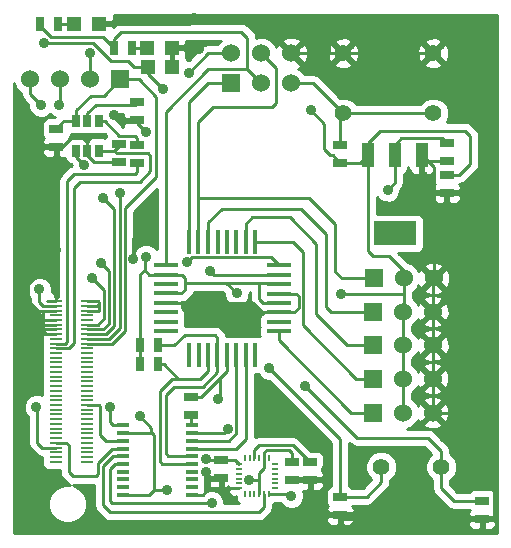
<source format=gtl>
G04 (created by PCBNEW (2013-07-07 BZR 4022)-stable) date 9/19/2015 9:10:54 AM*
%MOIN*%
G04 Gerber Fmt 3.4, Leading zero omitted, Abs format*
%FSLAX34Y34*%
G01*
G70*
G90*
G04 APERTURE LIST*
%ADD10C,0.00590551*%
%ADD11R,0.039X0.012*%
%ADD12R,0.0787X0.0177*%
%ADD13R,0.0177X0.0787*%
%ADD14C,0.055*%
%ADD15R,0.144X0.08*%
%ADD16R,0.04X0.08*%
%ADD17R,0.045X0.025*%
%ADD18R,0.025X0.045*%
%ADD19R,0.023622X0.00905512*%
%ADD20R,0.00905512X0.023622*%
%ADD21R,0.06X0.06*%
%ADD22C,0.06*%
%ADD23R,0.0472X0.0472*%
%ADD24C,0.056*%
%ADD25R,0.0448X0.0078*%
%ADD26R,0.0276X0.0394*%
%ADD27C,0.035*%
%ADD28C,0.01*%
G04 APERTURE END LIST*
G54D10*
G54D11*
X45805Y-38167D03*
X45805Y-38422D03*
X45805Y-38678D03*
X45805Y-38934D03*
X45805Y-39190D03*
X45805Y-39446D03*
X45805Y-39702D03*
X45805Y-39958D03*
X48103Y-39958D03*
X48103Y-39702D03*
X48103Y-39446D03*
X48103Y-39190D03*
X48103Y-38934D03*
X48103Y-38678D03*
X48103Y-38422D03*
X48103Y-38167D03*
X45805Y-40214D03*
X45805Y-40470D03*
X48103Y-40214D03*
X48103Y-40470D03*
G54D12*
X51000Y-32824D03*
X51000Y-33139D03*
X51000Y-33454D03*
X51000Y-33769D03*
X51000Y-34084D03*
X51000Y-34399D03*
X51000Y-34714D03*
X51000Y-35029D03*
X47234Y-35027D03*
X47234Y-32817D03*
X47234Y-33137D03*
X47234Y-33457D03*
X47234Y-33767D03*
X47234Y-34087D03*
X47234Y-34397D03*
X47234Y-34717D03*
G54D13*
X50216Y-35817D03*
X49902Y-35817D03*
X49586Y-35817D03*
X49272Y-35817D03*
X48956Y-35817D03*
X48642Y-35817D03*
X48326Y-35817D03*
X48012Y-35817D03*
X50214Y-32037D03*
X49904Y-32037D03*
X49584Y-32037D03*
X49274Y-32037D03*
X48964Y-32037D03*
X48644Y-32037D03*
X48324Y-32037D03*
X48004Y-32037D03*
G54D14*
X53151Y-27763D03*
X53151Y-25763D03*
X56151Y-27763D03*
X56151Y-25763D03*
G54D15*
X54872Y-31756D03*
G54D16*
X54872Y-29156D03*
X53972Y-29156D03*
X55772Y-29156D03*
G54D17*
X57777Y-40670D03*
X57777Y-41270D03*
X53053Y-40544D03*
X53053Y-41144D03*
X52045Y-39976D03*
X52045Y-39376D03*
X51438Y-39980D03*
X51438Y-39380D03*
X48064Y-37203D03*
X48064Y-37803D03*
X49080Y-39929D03*
X49080Y-39329D03*
X43588Y-28274D03*
X43588Y-28874D03*
X56596Y-29809D03*
X56596Y-30409D03*
X56596Y-28751D03*
X56596Y-29351D03*
X46273Y-27400D03*
X46273Y-28000D03*
G54D18*
X46373Y-35500D03*
X46973Y-35500D03*
X46991Y-36107D03*
X46391Y-36107D03*
G54D17*
X46265Y-28802D03*
X46265Y-29402D03*
X45675Y-28786D03*
X45675Y-29386D03*
X53053Y-28804D03*
X53053Y-29404D03*
G54D18*
X45505Y-25586D03*
X46105Y-25586D03*
G54D19*
X50860Y-40251D03*
X50860Y-40094D03*
X50860Y-39936D03*
X50860Y-39779D03*
X50860Y-39621D03*
X50860Y-39464D03*
G54D20*
X50663Y-39267D03*
X50505Y-39267D03*
X50348Y-39267D03*
X50190Y-39267D03*
X50033Y-39267D03*
X49875Y-39267D03*
G54D19*
X49679Y-39464D03*
X49679Y-39621D03*
X49679Y-39779D03*
X49679Y-39936D03*
X49679Y-40094D03*
X49679Y-40251D03*
G54D20*
X49875Y-40448D03*
X50033Y-40448D03*
X50190Y-40448D03*
X50348Y-40448D03*
X50505Y-40448D03*
X50663Y-40448D03*
G54D21*
X45710Y-26629D03*
G54D22*
X44710Y-26629D03*
X43710Y-26629D03*
X42710Y-26629D03*
G54D21*
X49419Y-26767D03*
G54D22*
X49419Y-25767D03*
X50419Y-26767D03*
X50419Y-25767D03*
X51419Y-26767D03*
X51419Y-25767D03*
G54D21*
X54131Y-37735D03*
G54D22*
X55131Y-37735D03*
X56131Y-37735D03*
G54D21*
X54131Y-36602D03*
G54D22*
X55131Y-36602D03*
X56131Y-36602D03*
G54D21*
X54139Y-35487D03*
G54D22*
X55139Y-35487D03*
X56139Y-35487D03*
G54D21*
X54139Y-34373D03*
G54D22*
X55139Y-34373D03*
X56139Y-34373D03*
G54D21*
X54159Y-33263D03*
G54D22*
X55159Y-33263D03*
X56159Y-33263D03*
G54D23*
X46604Y-25578D03*
X47430Y-25578D03*
X46632Y-26228D03*
X47458Y-26228D03*
G54D24*
X54415Y-39544D03*
X56415Y-39544D03*
G54D25*
X43584Y-39374D03*
X44623Y-39374D03*
X43584Y-39216D03*
X44623Y-39216D03*
X43584Y-39059D03*
X44623Y-39059D03*
X43584Y-38901D03*
X44623Y-38901D03*
X43584Y-38744D03*
X44623Y-38744D03*
X43584Y-38586D03*
X44623Y-38586D03*
X43584Y-38429D03*
X44623Y-38429D03*
X43584Y-38271D03*
X44623Y-38271D03*
X43584Y-38114D03*
X44623Y-38114D03*
X43584Y-37956D03*
X44623Y-37956D03*
X43584Y-37799D03*
X44623Y-37799D03*
X43584Y-37641D03*
X44623Y-37641D03*
X43584Y-37484D03*
X44623Y-37484D03*
X43584Y-37326D03*
X44623Y-37326D03*
X43584Y-37169D03*
X44623Y-37169D03*
X43584Y-37011D03*
X44623Y-37011D03*
X43584Y-36854D03*
X44623Y-36854D03*
X43584Y-36696D03*
X44623Y-36696D03*
X43584Y-36539D03*
X44623Y-36539D03*
X43584Y-36381D03*
X44623Y-36381D03*
X43584Y-36224D03*
X44623Y-36224D03*
X43584Y-36066D03*
X44623Y-36066D03*
X43584Y-35909D03*
X44623Y-35909D03*
X43584Y-35752D03*
X44623Y-35752D03*
X43584Y-35594D03*
X44623Y-35594D03*
X43584Y-35437D03*
X44623Y-35437D03*
X43584Y-35279D03*
X44623Y-35279D03*
X43584Y-35122D03*
X44623Y-35122D03*
X43584Y-34964D03*
X44623Y-34964D03*
X43584Y-34807D03*
X44623Y-34807D03*
X43584Y-34649D03*
X44623Y-34649D03*
X43584Y-34492D03*
X44623Y-34492D03*
X43584Y-34334D03*
X44623Y-34334D03*
X43584Y-34177D03*
X44623Y-34177D03*
X43584Y-34019D03*
X44623Y-34019D03*
G54D26*
X44249Y-28011D03*
X44624Y-28011D03*
X44999Y-28011D03*
X44999Y-29011D03*
X44624Y-29011D03*
X44249Y-29011D03*
G54D18*
X43053Y-24786D03*
X43653Y-24786D03*
G54D23*
X44191Y-24777D03*
X45017Y-24777D03*
G54D27*
X50016Y-39982D03*
X47262Y-40328D03*
X46360Y-37867D03*
X44785Y-33256D03*
X47147Y-26964D03*
X54627Y-30309D03*
X43188Y-25416D03*
X48585Y-39290D03*
X45064Y-32766D03*
X43671Y-27480D03*
X45139Y-30574D03*
X48190Y-24583D03*
X46128Y-32624D03*
X46317Y-31765D03*
X46580Y-28399D03*
X48210Y-34674D03*
X43580Y-32304D03*
X55809Y-29864D03*
X45512Y-27812D03*
X52659Y-25294D03*
X48328Y-25604D03*
X52580Y-39665D03*
X48576Y-39704D03*
X47935Y-32732D03*
X50690Y-36259D03*
X48722Y-33007D03*
X51872Y-36836D03*
X42919Y-37535D03*
X45379Y-37539D03*
X48980Y-37274D03*
X44714Y-25767D03*
X45694Y-30428D03*
X43080Y-27487D03*
X43021Y-33633D03*
X52060Y-27664D03*
X48000Y-26404D03*
X53065Y-33774D03*
X49600Y-33767D03*
X44518Y-29483D03*
X46576Y-32542D03*
X49320Y-38294D03*
X51419Y-40515D03*
X48761Y-40743D03*
G54D28*
X46836Y-40322D02*
X47256Y-40322D01*
X50021Y-39986D02*
X50348Y-39986D01*
X50016Y-39982D02*
X50021Y-39986D01*
X47256Y-40322D02*
X47262Y-40328D01*
X44623Y-34807D02*
X44965Y-34807D01*
X46753Y-38260D02*
X46753Y-38422D01*
X46360Y-37867D02*
X46753Y-38260D01*
X45179Y-33649D02*
X44785Y-33256D01*
X45179Y-34594D02*
X45179Y-33649D01*
X44965Y-34807D02*
X45179Y-34594D01*
X51438Y-39380D02*
X51438Y-39086D01*
X50505Y-39066D02*
X50505Y-39267D01*
X50592Y-38980D02*
X50505Y-39066D01*
X51332Y-38980D02*
X50592Y-38980D01*
X51438Y-39086D02*
X51332Y-38980D01*
X50348Y-40448D02*
X50348Y-39986D01*
X50348Y-39986D02*
X50348Y-39735D01*
X50348Y-39735D02*
X50505Y-39578D01*
X50505Y-39578D02*
X50505Y-39267D01*
X45805Y-38422D02*
X46753Y-38422D01*
X46753Y-38422D02*
X46771Y-38422D01*
X46688Y-40470D02*
X45805Y-40470D01*
X46836Y-40322D02*
X46688Y-40470D01*
X46836Y-38487D02*
X46836Y-40322D01*
X46771Y-38422D02*
X46836Y-38487D01*
X54872Y-29156D02*
X54872Y-30064D01*
X46632Y-26448D02*
X47147Y-26964D01*
X46632Y-26448D02*
X46632Y-26228D01*
X54872Y-30064D02*
X54627Y-30309D01*
X46632Y-26228D02*
X46191Y-26228D01*
X46191Y-26228D02*
X45981Y-26018D01*
X45981Y-26018D02*
X45407Y-26018D01*
X45407Y-26018D02*
X44805Y-25416D01*
X44805Y-25416D02*
X43188Y-25416D01*
X49080Y-39329D02*
X48624Y-39329D01*
X48624Y-39329D02*
X48585Y-39290D01*
X45147Y-34964D02*
X44623Y-34964D01*
X45064Y-32766D02*
X45330Y-33032D01*
X45330Y-33032D02*
X45330Y-34782D01*
X45330Y-34782D02*
X45147Y-34964D01*
X54872Y-29156D02*
X54872Y-28805D01*
X56437Y-28592D02*
X56596Y-28751D01*
X55084Y-28592D02*
X56437Y-28592D01*
X54872Y-28805D02*
X55084Y-28592D01*
X49080Y-39329D02*
X49544Y-39329D01*
X49544Y-39329D02*
X49679Y-39464D01*
X44623Y-35122D02*
X45241Y-35122D01*
X43710Y-27440D02*
X43710Y-26629D01*
X43671Y-27480D02*
X43710Y-27440D01*
X45517Y-30952D02*
X45139Y-30574D01*
X45517Y-34846D02*
X45517Y-30952D01*
X45241Y-35122D02*
X45517Y-34846D01*
X43584Y-35437D02*
X43871Y-35437D01*
X46265Y-29724D02*
X46265Y-29402D01*
X46210Y-29779D02*
X46265Y-29724D01*
X44183Y-29779D02*
X46210Y-29779D01*
X43938Y-30023D02*
X44183Y-29779D01*
X43938Y-35369D02*
X43938Y-30023D01*
X43871Y-35437D02*
X43938Y-35369D01*
X45017Y-24777D02*
X47997Y-24777D01*
X47997Y-24777D02*
X48190Y-24583D01*
X51438Y-39980D02*
X52041Y-39980D01*
X52041Y-39980D02*
X52045Y-39976D01*
X46273Y-28000D02*
X46273Y-28092D01*
X46128Y-31954D02*
X46128Y-32624D01*
X46317Y-31765D02*
X46128Y-31954D01*
X46273Y-28092D02*
X46580Y-28399D01*
X56131Y-37735D02*
X57432Y-37735D01*
X58169Y-41270D02*
X57777Y-41270D01*
X58182Y-41257D02*
X58169Y-41270D01*
X58182Y-38485D02*
X58182Y-41257D01*
X57432Y-37735D02*
X58182Y-38485D01*
X47780Y-34087D02*
X47780Y-34244D01*
X47780Y-34244D02*
X48210Y-34674D01*
X43584Y-32308D02*
X43584Y-32544D01*
X43580Y-32304D02*
X43584Y-32308D01*
X43584Y-33550D02*
X43584Y-32544D01*
X43584Y-32544D02*
X43584Y-28879D01*
X43584Y-28879D02*
X43588Y-28874D01*
X55772Y-29156D02*
X55772Y-29826D01*
X55772Y-29826D02*
X55809Y-29864D01*
X45675Y-29386D02*
X44856Y-29386D01*
X44624Y-29153D02*
X44624Y-29011D01*
X44856Y-29386D02*
X44624Y-29153D01*
X46273Y-28000D02*
X45721Y-28000D01*
X45721Y-28000D02*
X45512Y-27812D01*
X47430Y-25578D02*
X48303Y-25578D01*
X52659Y-25294D02*
X52659Y-25767D01*
X48303Y-25578D02*
X48328Y-25604D01*
X53053Y-41144D02*
X52726Y-41144D01*
X52726Y-41144D02*
X52045Y-40462D01*
X52045Y-40462D02*
X52045Y-39976D01*
X57777Y-41270D02*
X53179Y-41270D01*
X53179Y-41270D02*
X53053Y-41144D01*
X56596Y-30409D02*
X56258Y-30409D01*
X56258Y-30409D02*
X56159Y-30507D01*
X56596Y-29351D02*
X55967Y-29351D01*
X55967Y-29351D02*
X55772Y-29156D01*
X56159Y-33263D02*
X56159Y-30507D01*
X56159Y-30507D02*
X56159Y-29543D01*
X56159Y-29543D02*
X55772Y-29156D01*
X56139Y-34373D02*
X56139Y-33283D01*
X56139Y-33283D02*
X56159Y-33263D01*
X56139Y-35487D02*
X56139Y-34373D01*
X56131Y-36602D02*
X56131Y-35495D01*
X56131Y-35495D02*
X56139Y-35487D01*
X56131Y-37735D02*
X56131Y-36602D01*
X43588Y-28874D02*
X43784Y-28874D01*
X43784Y-28874D02*
X44072Y-28586D01*
X44072Y-28586D02*
X44486Y-28586D01*
X44486Y-28586D02*
X44624Y-28724D01*
X44624Y-28724D02*
X44624Y-29011D01*
X43183Y-34334D02*
X42982Y-34334D01*
X43584Y-33550D02*
X43584Y-34019D01*
X43218Y-33184D02*
X43584Y-33550D01*
X42927Y-33184D02*
X43218Y-33184D01*
X42647Y-33464D02*
X42927Y-33184D01*
X42647Y-33999D02*
X42647Y-33464D01*
X42982Y-34334D02*
X42647Y-33999D01*
X47458Y-26228D02*
X47458Y-25606D01*
X47458Y-25606D02*
X47430Y-25578D01*
X51419Y-25767D02*
X52659Y-25767D01*
X52659Y-25767D02*
X53147Y-25767D01*
X53147Y-25767D02*
X53151Y-25763D01*
X53151Y-25763D02*
X56151Y-25763D01*
X48690Y-40251D02*
X48690Y-39818D01*
X51442Y-39976D02*
X51438Y-39980D01*
X52568Y-39976D02*
X51442Y-39976D01*
X52600Y-39944D02*
X52568Y-39976D01*
X52600Y-39684D02*
X52600Y-39944D01*
X52580Y-39665D02*
X52600Y-39684D01*
X48690Y-39818D02*
X48576Y-39704D01*
X49080Y-39929D02*
X49080Y-40251D01*
X43584Y-34964D02*
X43170Y-34964D01*
X43170Y-34964D02*
X43127Y-35007D01*
X43584Y-34807D02*
X43127Y-34807D01*
X43127Y-34807D02*
X43127Y-34814D01*
X43584Y-34649D02*
X43127Y-34649D01*
X43127Y-34649D02*
X43127Y-34653D01*
X43584Y-34334D02*
X43183Y-34334D01*
X43183Y-34334D02*
X43127Y-34334D01*
X43127Y-34334D02*
X43127Y-34334D01*
X43584Y-34019D02*
X43273Y-34019D01*
X43243Y-35122D02*
X43584Y-35122D01*
X43127Y-35007D02*
X43243Y-35122D01*
X43127Y-34334D02*
X43127Y-34653D01*
X43127Y-34653D02*
X43127Y-34814D01*
X43127Y-34814D02*
X43127Y-35007D01*
X51000Y-34399D02*
X50448Y-34399D01*
X50136Y-34087D02*
X47780Y-34087D01*
X47780Y-34087D02*
X47234Y-34087D01*
X50448Y-34399D02*
X50136Y-34087D01*
X51000Y-34399D02*
X51500Y-34399D01*
X51582Y-33769D02*
X51000Y-33769D01*
X51663Y-33850D02*
X51582Y-33769D01*
X51663Y-34235D02*
X51663Y-33850D01*
X51500Y-34399D02*
X51663Y-34235D01*
X49679Y-40251D02*
X49080Y-40251D01*
X49080Y-40251D02*
X48690Y-40251D01*
X48690Y-40251D02*
X48683Y-40251D01*
X48464Y-40470D02*
X48103Y-40470D01*
X48683Y-40251D02*
X48464Y-40470D01*
X48004Y-32037D02*
X48004Y-27391D01*
X48627Y-26767D02*
X49419Y-26767D01*
X48004Y-27391D02*
X48627Y-26767D01*
X54159Y-33263D02*
X53104Y-33263D01*
X52001Y-30582D02*
X48324Y-30582D01*
X52875Y-31456D02*
X52001Y-30582D01*
X52875Y-33035D02*
X52875Y-31456D01*
X53104Y-33263D02*
X52875Y-33035D01*
X48324Y-32037D02*
X48324Y-30582D01*
X48324Y-30582D02*
X48324Y-28035D01*
X50911Y-26259D02*
X50419Y-25767D01*
X50911Y-27405D02*
X50911Y-26259D01*
X50777Y-27539D02*
X50911Y-27405D01*
X49643Y-27539D02*
X50777Y-27539D01*
X49639Y-27543D02*
X49643Y-27539D01*
X48816Y-27543D02*
X49639Y-27543D01*
X48324Y-28035D02*
X48816Y-27543D01*
X54131Y-37735D02*
X53407Y-37735D01*
X51000Y-35328D02*
X51000Y-35029D01*
X53407Y-37735D02*
X51000Y-35328D01*
X46105Y-25586D02*
X46596Y-25586D01*
X46596Y-25586D02*
X46604Y-25578D01*
X53053Y-40544D02*
X53053Y-38621D01*
X50733Y-32557D02*
X51000Y-32824D01*
X48110Y-32557D02*
X50733Y-32557D01*
X47935Y-32732D02*
X48110Y-32557D01*
X53053Y-38621D02*
X50690Y-36259D01*
X53053Y-40544D02*
X53925Y-40544D01*
X54415Y-40053D02*
X54415Y-39544D01*
X53925Y-40544D02*
X54415Y-40053D01*
X56415Y-39544D02*
X56415Y-39028D01*
X48854Y-33139D02*
X51000Y-33139D01*
X48722Y-33007D02*
X48854Y-33139D01*
X53610Y-38574D02*
X51872Y-36836D01*
X55960Y-38574D02*
X53610Y-38574D01*
X56415Y-39028D02*
X55960Y-38574D01*
X57777Y-40670D02*
X56828Y-40670D01*
X56415Y-40256D02*
X56415Y-39544D01*
X56828Y-40670D02*
X56415Y-40256D01*
X44895Y-27480D02*
X46194Y-27480D01*
X44624Y-27751D02*
X44895Y-27480D01*
X44624Y-28011D02*
X44624Y-27751D01*
X46194Y-27480D02*
X46273Y-27400D01*
X52045Y-39376D02*
X52028Y-39376D01*
X50190Y-38972D02*
X50190Y-39267D01*
X50348Y-38814D02*
X50190Y-38972D01*
X51466Y-38814D02*
X50348Y-38814D01*
X52028Y-39376D02*
X51466Y-38814D01*
X43653Y-24786D02*
X44182Y-24786D01*
X44182Y-24786D02*
X44191Y-24777D01*
X45805Y-38934D02*
X45452Y-38934D01*
X43916Y-38744D02*
X43584Y-38744D01*
X43994Y-38822D02*
X43916Y-38744D01*
X43994Y-39708D02*
X43994Y-38822D01*
X44151Y-39865D02*
X43994Y-39708D01*
X44895Y-39865D02*
X44151Y-39865D01*
X44978Y-39783D02*
X44895Y-39865D01*
X44978Y-39409D02*
X44978Y-39783D01*
X45452Y-38934D02*
X44978Y-39409D01*
X45805Y-38678D02*
X45251Y-38678D01*
X44631Y-37476D02*
X44623Y-37484D01*
X45013Y-37476D02*
X44631Y-37476D01*
X45057Y-37519D02*
X45013Y-37476D01*
X45057Y-38484D02*
X45057Y-37519D01*
X45251Y-38678D02*
X45057Y-38484D01*
X46265Y-28802D02*
X46265Y-28574D01*
X45194Y-28011D02*
X44999Y-28011D01*
X45690Y-28507D02*
X45194Y-28011D01*
X46198Y-28507D02*
X45690Y-28507D01*
X46265Y-28574D02*
X46198Y-28507D01*
X45805Y-38167D02*
X45480Y-38167D01*
X43112Y-38901D02*
X43584Y-38901D01*
X42946Y-38735D02*
X43112Y-38901D01*
X42946Y-37562D02*
X42946Y-38735D01*
X42919Y-37535D02*
X42946Y-37562D01*
X45379Y-38066D02*
X45379Y-37539D01*
X45480Y-38167D02*
X45379Y-38066D01*
X46722Y-29232D02*
X46722Y-29169D01*
X44009Y-35594D02*
X44179Y-35424D01*
X44179Y-35424D02*
X44179Y-30259D01*
X44179Y-30259D02*
X44391Y-30046D01*
X44391Y-30046D02*
X46368Y-30046D01*
X46368Y-30046D02*
X46722Y-29692D01*
X46722Y-29692D02*
X46722Y-29232D01*
X43584Y-35594D02*
X44009Y-35594D01*
X45592Y-29098D02*
X45505Y-29011D01*
X46651Y-29098D02*
X45592Y-29098D01*
X46722Y-29169D02*
X46651Y-29098D01*
X45675Y-28786D02*
X45675Y-28842D01*
X45505Y-29011D02*
X44999Y-29011D01*
X45675Y-28842D02*
X45505Y-29011D01*
X49027Y-36581D02*
X49027Y-37226D01*
X49027Y-37226D02*
X48980Y-37274D01*
X53053Y-28804D02*
X53053Y-27861D01*
X53053Y-27861D02*
X53151Y-27763D01*
X48064Y-37203D02*
X48404Y-37203D01*
X49272Y-36335D02*
X49272Y-35817D01*
X48404Y-37203D02*
X49027Y-36581D01*
X49027Y-36581D02*
X49272Y-36335D01*
X51419Y-26767D02*
X52155Y-26767D01*
X52155Y-26767D02*
X53151Y-27763D01*
X53151Y-27763D02*
X56151Y-27763D01*
X54131Y-36602D02*
X53588Y-36602D01*
X51464Y-32037D02*
X50214Y-32037D01*
X51809Y-32381D02*
X51464Y-32037D01*
X51809Y-34822D02*
X51809Y-32381D01*
X53588Y-36602D02*
X51809Y-34822D01*
X54139Y-35487D02*
X53285Y-35487D01*
X49904Y-31439D02*
X49904Y-32037D01*
X50120Y-31224D02*
X49904Y-31439D01*
X51360Y-31224D02*
X50120Y-31224D01*
X52238Y-32102D02*
X51360Y-31224D01*
X52238Y-34440D02*
X52238Y-32102D01*
X53285Y-35487D02*
X52238Y-34440D01*
X54139Y-34373D02*
X52738Y-34373D01*
X48644Y-31396D02*
X48644Y-32037D01*
X49096Y-30944D02*
X48644Y-31396D01*
X51753Y-30944D02*
X49096Y-30944D01*
X52580Y-31771D02*
X51753Y-30944D01*
X52580Y-34216D02*
X52580Y-31771D01*
X52738Y-34373D02*
X52580Y-34216D01*
X43053Y-24786D02*
X43053Y-24855D01*
X45141Y-25222D02*
X45505Y-25586D01*
X43420Y-25222D02*
X45141Y-25222D01*
X43053Y-24855D02*
X43420Y-25222D01*
X45505Y-25586D02*
X45505Y-25284D01*
X49950Y-25243D02*
X49950Y-26298D01*
X49746Y-25039D02*
X49950Y-25243D01*
X45750Y-25039D02*
X49746Y-25039D01*
X45505Y-25284D02*
X45750Y-25039D01*
X47234Y-32817D02*
X47234Y-27716D01*
X49950Y-26298D02*
X50419Y-26767D01*
X48651Y-26298D02*
X49950Y-26298D01*
X47234Y-27716D02*
X48651Y-26298D01*
X44623Y-35279D02*
X45348Y-35279D01*
X44710Y-25771D02*
X44710Y-26629D01*
X44714Y-25767D02*
X44710Y-25771D01*
X45694Y-34932D02*
X45694Y-30428D01*
X45348Y-35279D02*
X45694Y-34932D01*
X43584Y-34177D02*
X43136Y-34177D01*
X42710Y-27117D02*
X42710Y-26629D01*
X43080Y-27487D02*
X42710Y-27117D01*
X43021Y-34062D02*
X43021Y-33633D01*
X43136Y-34177D02*
X43021Y-34062D01*
X46391Y-36107D02*
X46391Y-35518D01*
X46385Y-33118D02*
X46527Y-32976D01*
X46385Y-35512D02*
X46385Y-33118D01*
X46391Y-35518D02*
X46385Y-35512D01*
X49419Y-25767D02*
X48636Y-25767D01*
X52793Y-29144D02*
X53053Y-29404D01*
X52700Y-29144D02*
X52793Y-29144D01*
X52520Y-28964D02*
X52700Y-29144D01*
X52520Y-28124D02*
X52520Y-28964D01*
X52060Y-27664D02*
X52520Y-28124D01*
X48636Y-25767D02*
X48000Y-26404D01*
X49187Y-33401D02*
X49234Y-33401D01*
X53072Y-33781D02*
X55159Y-33781D01*
X53065Y-33774D02*
X53072Y-33781D01*
X49234Y-33401D02*
X49600Y-33767D01*
X44249Y-29011D02*
X44249Y-29214D01*
X44249Y-29214D02*
X44518Y-29483D01*
X48103Y-38422D02*
X49175Y-38422D01*
X46688Y-33137D02*
X47234Y-33137D01*
X46527Y-32976D02*
X46688Y-33137D01*
X46527Y-32591D02*
X46527Y-32976D01*
X46576Y-32542D02*
X46527Y-32591D01*
X49304Y-38294D02*
X49320Y-38294D01*
X49175Y-38422D02*
X49304Y-38294D01*
X53972Y-29156D02*
X53972Y-28760D01*
X57015Y-29809D02*
X56596Y-29809D01*
X57383Y-29440D02*
X57015Y-29809D01*
X57383Y-28520D02*
X57383Y-29440D01*
X57203Y-28340D02*
X57383Y-28520D01*
X54391Y-28340D02*
X57203Y-28340D01*
X53972Y-28760D02*
X54391Y-28340D01*
X53053Y-29404D02*
X53724Y-29404D01*
X53724Y-29404D02*
X53972Y-29156D01*
X55159Y-33263D02*
X55159Y-33005D01*
X53972Y-32345D02*
X53972Y-29156D01*
X54140Y-32514D02*
X53972Y-32345D01*
X54667Y-32514D02*
X54140Y-32514D01*
X55159Y-33005D02*
X54667Y-32514D01*
X55131Y-37735D02*
X55131Y-36602D01*
X55131Y-36602D02*
X55131Y-35495D01*
X55131Y-35495D02*
X55139Y-35487D01*
X55139Y-35487D02*
X55139Y-34373D01*
X55159Y-33263D02*
X55159Y-33781D01*
X55159Y-33781D02*
X55159Y-34354D01*
X55159Y-34354D02*
X55139Y-34373D01*
X51000Y-34084D02*
X50476Y-34084D01*
X50336Y-33944D02*
X50336Y-33401D01*
X50476Y-34084D02*
X50336Y-33944D01*
X47883Y-33401D02*
X49187Y-33401D01*
X49187Y-33401D02*
X50336Y-33401D01*
X50336Y-33401D02*
X50947Y-33401D01*
X50947Y-33401D02*
X51000Y-33454D01*
X47234Y-33767D02*
X47758Y-33767D01*
X47765Y-33137D02*
X47234Y-33137D01*
X47883Y-33255D02*
X47765Y-33137D01*
X47883Y-33641D02*
X47883Y-33401D01*
X47883Y-33401D02*
X47883Y-33255D01*
X47758Y-33767D02*
X47883Y-33641D01*
X44623Y-34177D02*
X44950Y-34177D01*
X44950Y-34177D02*
X45021Y-34106D01*
X44623Y-34019D02*
X44974Y-34019D01*
X44997Y-34334D02*
X44623Y-34334D01*
X45021Y-34310D02*
X44997Y-34334D01*
X45021Y-34066D02*
X45021Y-34106D01*
X45021Y-34106D02*
X45021Y-34310D01*
X44974Y-34019D02*
X45021Y-34066D01*
X48064Y-37803D02*
X48064Y-38128D01*
X48064Y-38128D02*
X48103Y-38167D01*
X49586Y-35817D02*
X49586Y-38419D01*
X49326Y-38678D02*
X48103Y-38678D01*
X49586Y-38419D02*
X49326Y-38678D01*
X46973Y-35500D02*
X47514Y-35500D01*
X48956Y-35236D02*
X48956Y-35817D01*
X48864Y-35144D02*
X48956Y-35236D01*
X47870Y-35144D02*
X48864Y-35144D01*
X47514Y-35500D02*
X47870Y-35144D01*
X48956Y-35817D02*
X48956Y-36376D01*
X47322Y-39190D02*
X48103Y-39190D01*
X47226Y-39094D02*
X47322Y-39190D01*
X47226Y-37157D02*
X47226Y-39094D01*
X47513Y-36869D02*
X47226Y-37157D01*
X48462Y-36869D02*
X47513Y-36869D01*
X48956Y-36376D02*
X48462Y-36869D01*
X46991Y-36107D02*
X47163Y-36107D01*
X47163Y-36107D02*
X47658Y-36602D01*
X48642Y-35817D02*
X48642Y-36339D01*
X47122Y-39446D02*
X48103Y-39446D01*
X47029Y-39354D02*
X47122Y-39446D01*
X47029Y-37023D02*
X47029Y-39354D01*
X47450Y-36602D02*
X47029Y-37023D01*
X48379Y-36602D02*
X47658Y-36602D01*
X47658Y-36602D02*
X47450Y-36602D01*
X48642Y-36339D02*
X48379Y-36602D01*
X49902Y-35817D02*
X49902Y-38607D01*
X49574Y-38934D02*
X48103Y-38934D01*
X49902Y-38607D02*
X49574Y-38934D01*
X45805Y-39190D02*
X45480Y-39190D01*
X50505Y-40889D02*
X50505Y-40448D01*
X50332Y-41062D02*
X50505Y-40889D01*
X45387Y-41062D02*
X50332Y-41062D01*
X45147Y-40822D02*
X45387Y-41062D01*
X45147Y-39523D02*
X45147Y-40822D01*
X45480Y-39190D02*
X45147Y-39523D01*
X45805Y-39446D02*
X45527Y-39446D01*
X51352Y-40448D02*
X50663Y-40448D01*
X51419Y-40515D02*
X51352Y-40448D01*
X45431Y-40743D02*
X48761Y-40743D01*
X45360Y-40672D02*
X45431Y-40743D01*
X45360Y-39613D02*
X45360Y-40672D01*
X45527Y-39446D02*
X45360Y-39613D01*
X43588Y-28274D02*
X43588Y-28259D01*
X43836Y-28011D02*
X44249Y-28011D01*
X43588Y-28259D02*
X43836Y-28011D01*
X44623Y-35437D02*
X45434Y-35437D01*
X46336Y-26629D02*
X45710Y-26629D01*
X46911Y-27204D02*
X46336Y-26629D01*
X46911Y-29873D02*
X46911Y-27204D01*
X45860Y-30924D02*
X46911Y-29873D01*
X45860Y-35011D02*
X45860Y-30924D01*
X45434Y-35437D02*
X45860Y-35011D01*
X44249Y-28011D02*
X44249Y-27666D01*
X45159Y-27180D02*
X45710Y-26629D01*
X44734Y-27180D02*
X45159Y-27180D01*
X44249Y-27666D02*
X44734Y-27180D01*
G54D10*
G36*
X45258Y-28499D02*
X45238Y-28519D01*
X45214Y-28576D01*
X45186Y-28564D01*
X45087Y-28564D01*
X44811Y-28564D01*
X44811Y-28564D01*
X44811Y-28564D01*
X44736Y-28564D01*
X44674Y-28627D01*
X44674Y-28647D01*
X44649Y-28672D01*
X44624Y-28733D01*
X44599Y-28673D01*
X44574Y-28648D01*
X44574Y-28627D01*
X44511Y-28564D01*
X44436Y-28564D01*
X44436Y-28564D01*
X44337Y-28564D01*
X44061Y-28564D01*
X44005Y-28587D01*
X43992Y-28574D01*
X44025Y-28541D01*
X44059Y-28458D01*
X44061Y-28458D01*
X44160Y-28458D01*
X44436Y-28458D01*
X44436Y-28458D01*
X44535Y-28458D01*
X44811Y-28458D01*
X44811Y-28458D01*
X44910Y-28458D01*
X45186Y-28458D01*
X45208Y-28449D01*
X45258Y-28499D01*
X45258Y-28499D01*
G37*
G54D28*
X45258Y-28499D02*
X45238Y-28519D01*
X45214Y-28576D01*
X45186Y-28564D01*
X45087Y-28564D01*
X44811Y-28564D01*
X44811Y-28564D01*
X44811Y-28564D01*
X44736Y-28564D01*
X44674Y-28627D01*
X44674Y-28647D01*
X44649Y-28672D01*
X44624Y-28733D01*
X44599Y-28673D01*
X44574Y-28648D01*
X44574Y-28627D01*
X44511Y-28564D01*
X44436Y-28564D01*
X44436Y-28564D01*
X44337Y-28564D01*
X44061Y-28564D01*
X44005Y-28587D01*
X43992Y-28574D01*
X44025Y-28541D01*
X44059Y-28458D01*
X44061Y-28458D01*
X44160Y-28458D01*
X44436Y-28458D01*
X44436Y-28458D01*
X44535Y-28458D01*
X44811Y-28458D01*
X44811Y-28458D01*
X44910Y-28458D01*
X45186Y-28458D01*
X45208Y-28449D01*
X45258Y-28499D01*
G54D10*
G36*
X46331Y-28050D02*
X46323Y-28050D01*
X46323Y-28058D01*
X46223Y-28058D01*
X46223Y-28050D01*
X45861Y-28050D01*
X45798Y-28113D01*
X45798Y-28175D01*
X45809Y-28202D01*
X45407Y-27799D01*
X45387Y-27786D01*
X45387Y-27780D01*
X45817Y-27780D01*
X45798Y-27826D01*
X45798Y-27888D01*
X45861Y-27950D01*
X46223Y-27950D01*
X46223Y-27942D01*
X46323Y-27942D01*
X46323Y-27950D01*
X46331Y-27950D01*
X46331Y-28050D01*
X46331Y-28050D01*
G37*
G54D28*
X46331Y-28050D02*
X46323Y-28050D01*
X46323Y-28058D01*
X46223Y-28058D01*
X46223Y-28050D01*
X45861Y-28050D01*
X45798Y-28113D01*
X45798Y-28175D01*
X45809Y-28202D01*
X45407Y-27799D01*
X45387Y-27786D01*
X45387Y-27780D01*
X45817Y-27780D01*
X45798Y-27826D01*
X45798Y-27888D01*
X45861Y-27950D01*
X46223Y-27950D01*
X46223Y-27942D01*
X46323Y-27942D01*
X46323Y-27950D01*
X46331Y-27950D01*
X46331Y-28050D01*
G54D10*
G36*
X46611Y-28456D02*
X46540Y-28427D01*
X46521Y-28427D01*
X46486Y-28375D01*
X46548Y-28375D01*
X46611Y-28349D01*
X46611Y-28456D01*
X46611Y-28456D01*
G37*
G54D28*
X46611Y-28456D02*
X46540Y-28427D01*
X46521Y-28427D01*
X46486Y-28375D01*
X46548Y-28375D01*
X46611Y-28349D01*
X46611Y-28456D01*
G54D10*
G36*
X46934Y-32299D02*
X46817Y-32181D01*
X46660Y-32117D01*
X46491Y-32116D01*
X46335Y-32181D01*
X46215Y-32300D01*
X46160Y-32435D01*
X46160Y-31049D01*
X46934Y-30275D01*
X46934Y-32299D01*
X46934Y-32299D01*
G37*
G54D28*
X46934Y-32299D02*
X46817Y-32181D01*
X46660Y-32117D01*
X46491Y-32116D01*
X46335Y-32181D01*
X46215Y-32300D01*
X46160Y-32435D01*
X46160Y-31049D01*
X46934Y-30275D01*
X46934Y-32299D01*
G54D10*
G36*
X49069Y-25339D02*
X48953Y-25455D01*
X48948Y-25467D01*
X48636Y-25467D01*
X48521Y-25490D01*
X48424Y-25555D01*
X48000Y-25979D01*
X47944Y-25978D01*
X47944Y-25942D01*
X47914Y-25870D01*
X47916Y-25864D01*
X47916Y-25764D01*
X47916Y-25690D01*
X47854Y-25628D01*
X47480Y-25628D01*
X47480Y-26001D01*
X47508Y-26029D01*
X47508Y-26178D01*
X47516Y-26178D01*
X47516Y-26278D01*
X47508Y-26278D01*
X47508Y-26285D01*
X47408Y-26285D01*
X47408Y-26278D01*
X47400Y-26278D01*
X47400Y-26178D01*
X47408Y-26178D01*
X47408Y-25804D01*
X47380Y-25777D01*
X47380Y-25628D01*
X47372Y-25628D01*
X47372Y-25528D01*
X47380Y-25528D01*
X47380Y-25520D01*
X47480Y-25520D01*
X47480Y-25528D01*
X47854Y-25528D01*
X47916Y-25465D01*
X47916Y-25391D01*
X47916Y-25339D01*
X49069Y-25339D01*
X49069Y-25339D01*
G37*
G54D28*
X49069Y-25339D02*
X48953Y-25455D01*
X48948Y-25467D01*
X48636Y-25467D01*
X48521Y-25490D01*
X48424Y-25555D01*
X48000Y-25979D01*
X47944Y-25978D01*
X47944Y-25942D01*
X47914Y-25870D01*
X47916Y-25864D01*
X47916Y-25764D01*
X47916Y-25690D01*
X47854Y-25628D01*
X47480Y-25628D01*
X47480Y-26001D01*
X47508Y-26029D01*
X47508Y-26178D01*
X47516Y-26178D01*
X47516Y-26278D01*
X47508Y-26278D01*
X47508Y-26285D01*
X47408Y-26285D01*
X47408Y-26278D01*
X47400Y-26278D01*
X47400Y-26178D01*
X47408Y-26178D01*
X47408Y-25804D01*
X47380Y-25777D01*
X47380Y-25628D01*
X47372Y-25628D01*
X47372Y-25528D01*
X47380Y-25528D01*
X47380Y-25520D01*
X47480Y-25520D01*
X47480Y-25528D01*
X47854Y-25528D01*
X47916Y-25465D01*
X47916Y-25391D01*
X47916Y-25339D01*
X49069Y-25339D01*
G54D10*
G36*
X49673Y-40762D02*
X49186Y-40762D01*
X49186Y-40659D01*
X49122Y-40503D01*
X49030Y-40411D01*
X49030Y-40242D01*
X49030Y-39979D01*
X48668Y-39979D01*
X48605Y-40042D01*
X48605Y-40104D01*
X48643Y-40196D01*
X48713Y-40266D01*
X48805Y-40304D01*
X48905Y-40304D01*
X48968Y-40304D01*
X49030Y-40242D01*
X49030Y-40411D01*
X49002Y-40383D01*
X48846Y-40318D01*
X48677Y-40318D01*
X48548Y-40372D01*
X48548Y-40360D01*
X48540Y-40342D01*
X48548Y-40324D01*
X48548Y-40224D01*
X48548Y-40104D01*
X48540Y-40086D01*
X48548Y-40068D01*
X48548Y-39968D01*
X48548Y-39848D01*
X48540Y-39830D01*
X48548Y-39812D01*
X48548Y-39714D01*
X48622Y-39715D01*
X48605Y-39755D01*
X48605Y-39817D01*
X48668Y-39879D01*
X49030Y-39879D01*
X49030Y-39871D01*
X49130Y-39871D01*
X49130Y-39879D01*
X49138Y-39879D01*
X49138Y-39979D01*
X49130Y-39979D01*
X49130Y-40242D01*
X49193Y-40304D01*
X49256Y-40304D01*
X49311Y-40304D01*
X49310Y-40252D01*
X49310Y-40255D01*
X49310Y-40251D01*
X49310Y-40247D01*
X49310Y-40250D01*
X49311Y-40189D01*
X49311Y-40189D01*
X49311Y-40201D01*
X49311Y-40201D01*
X49311Y-40206D01*
X49310Y-40251D01*
X49311Y-40297D01*
X49311Y-40301D01*
X49311Y-40301D01*
X49311Y-40304D01*
X49343Y-40304D01*
X49311Y-40336D01*
X49311Y-40346D01*
X49349Y-40438D01*
X49419Y-40509D01*
X49511Y-40547D01*
X49566Y-40546D01*
X49580Y-40532D01*
X49580Y-40616D01*
X49618Y-40708D01*
X49673Y-40762D01*
X49673Y-40762D01*
G37*
G54D28*
X49673Y-40762D02*
X49186Y-40762D01*
X49186Y-40659D01*
X49122Y-40503D01*
X49030Y-40411D01*
X49030Y-40242D01*
X49030Y-39979D01*
X48668Y-39979D01*
X48605Y-40042D01*
X48605Y-40104D01*
X48643Y-40196D01*
X48713Y-40266D01*
X48805Y-40304D01*
X48905Y-40304D01*
X48968Y-40304D01*
X49030Y-40242D01*
X49030Y-40411D01*
X49002Y-40383D01*
X48846Y-40318D01*
X48677Y-40318D01*
X48548Y-40372D01*
X48548Y-40360D01*
X48540Y-40342D01*
X48548Y-40324D01*
X48548Y-40224D01*
X48548Y-40104D01*
X48540Y-40086D01*
X48548Y-40068D01*
X48548Y-39968D01*
X48548Y-39848D01*
X48540Y-39830D01*
X48548Y-39812D01*
X48548Y-39714D01*
X48622Y-39715D01*
X48605Y-39755D01*
X48605Y-39817D01*
X48668Y-39879D01*
X49030Y-39879D01*
X49030Y-39871D01*
X49130Y-39871D01*
X49130Y-39879D01*
X49138Y-39879D01*
X49138Y-39979D01*
X49130Y-39979D01*
X49130Y-40242D01*
X49193Y-40304D01*
X49256Y-40304D01*
X49311Y-40304D01*
X49310Y-40252D01*
X49310Y-40255D01*
X49310Y-40251D01*
X49310Y-40247D01*
X49310Y-40250D01*
X49311Y-40189D01*
X49311Y-40189D01*
X49311Y-40201D01*
X49311Y-40201D01*
X49311Y-40206D01*
X49310Y-40251D01*
X49311Y-40297D01*
X49311Y-40301D01*
X49311Y-40301D01*
X49311Y-40304D01*
X49343Y-40304D01*
X49311Y-40336D01*
X49311Y-40346D01*
X49349Y-40438D01*
X49419Y-40509D01*
X49511Y-40547D01*
X49566Y-40546D01*
X49580Y-40532D01*
X49580Y-40616D01*
X49618Y-40708D01*
X49673Y-40762D01*
G54D10*
G36*
X50500Y-34399D02*
X50465Y-34413D01*
X50435Y-34443D01*
X50419Y-34443D01*
X50356Y-34505D01*
X50356Y-34537D01*
X50364Y-34556D01*
X50356Y-34575D01*
X50356Y-34675D01*
X50356Y-34852D01*
X50364Y-34871D01*
X50356Y-34890D01*
X50356Y-34990D01*
X50356Y-35167D01*
X50360Y-35175D01*
X50354Y-35173D01*
X50255Y-35173D01*
X50078Y-35173D01*
X50059Y-35181D01*
X50040Y-35173D01*
X49941Y-35173D01*
X49764Y-35173D01*
X49744Y-35181D01*
X49724Y-35173D01*
X49625Y-35173D01*
X49448Y-35173D01*
X49429Y-35181D01*
X49410Y-35173D01*
X49311Y-35173D01*
X49243Y-35173D01*
X49233Y-35121D01*
X49168Y-35024D01*
X49168Y-35024D01*
X49076Y-34932D01*
X48979Y-34867D01*
X48864Y-34844D01*
X47877Y-34844D01*
X47877Y-34756D01*
X47877Y-34579D01*
X47868Y-34557D01*
X47877Y-34535D01*
X47877Y-34436D01*
X47877Y-34259D01*
X47870Y-34242D01*
X47877Y-34225D01*
X47877Y-34193D01*
X47815Y-34131D01*
X47804Y-34131D01*
X47769Y-34096D01*
X47734Y-34082D01*
X47769Y-34067D01*
X47772Y-34064D01*
X47873Y-34044D01*
X47873Y-34044D01*
X47877Y-34041D01*
X47877Y-34041D01*
X47877Y-34041D01*
X47970Y-33979D01*
X48095Y-33853D01*
X48161Y-33756D01*
X48171Y-33701D01*
X49110Y-33701D01*
X49175Y-33766D01*
X49174Y-33851D01*
X49239Y-34007D01*
X49358Y-34127D01*
X49515Y-34191D01*
X49684Y-34192D01*
X49840Y-34127D01*
X49960Y-34008D01*
X50024Y-33851D01*
X50025Y-33701D01*
X50036Y-33701D01*
X50036Y-33944D01*
X50059Y-34059D01*
X50124Y-34156D01*
X50263Y-34296D01*
X50356Y-34358D01*
X50356Y-34358D01*
X50361Y-34361D01*
X50461Y-34381D01*
X50465Y-34384D01*
X50500Y-34399D01*
X50500Y-34399D01*
G37*
G54D28*
X50500Y-34399D02*
X50465Y-34413D01*
X50435Y-34443D01*
X50419Y-34443D01*
X50356Y-34505D01*
X50356Y-34537D01*
X50364Y-34556D01*
X50356Y-34575D01*
X50356Y-34675D01*
X50356Y-34852D01*
X50364Y-34871D01*
X50356Y-34890D01*
X50356Y-34990D01*
X50356Y-35167D01*
X50360Y-35175D01*
X50354Y-35173D01*
X50255Y-35173D01*
X50078Y-35173D01*
X50059Y-35181D01*
X50040Y-35173D01*
X49941Y-35173D01*
X49764Y-35173D01*
X49744Y-35181D01*
X49724Y-35173D01*
X49625Y-35173D01*
X49448Y-35173D01*
X49429Y-35181D01*
X49410Y-35173D01*
X49311Y-35173D01*
X49243Y-35173D01*
X49233Y-35121D01*
X49168Y-35024D01*
X49168Y-35024D01*
X49076Y-34932D01*
X48979Y-34867D01*
X48864Y-34844D01*
X47877Y-34844D01*
X47877Y-34756D01*
X47877Y-34579D01*
X47868Y-34557D01*
X47877Y-34535D01*
X47877Y-34436D01*
X47877Y-34259D01*
X47870Y-34242D01*
X47877Y-34225D01*
X47877Y-34193D01*
X47815Y-34131D01*
X47804Y-34131D01*
X47769Y-34096D01*
X47734Y-34082D01*
X47769Y-34067D01*
X47772Y-34064D01*
X47873Y-34044D01*
X47873Y-34044D01*
X47877Y-34041D01*
X47877Y-34041D01*
X47877Y-34041D01*
X47970Y-33979D01*
X48095Y-33853D01*
X48161Y-33756D01*
X48171Y-33701D01*
X49110Y-33701D01*
X49175Y-33766D01*
X49174Y-33851D01*
X49239Y-34007D01*
X49358Y-34127D01*
X49515Y-34191D01*
X49684Y-34192D01*
X49840Y-34127D01*
X49960Y-34008D01*
X50024Y-33851D01*
X50025Y-33701D01*
X50036Y-33701D01*
X50036Y-33944D01*
X50059Y-34059D01*
X50124Y-34156D01*
X50263Y-34296D01*
X50356Y-34358D01*
X50356Y-34358D01*
X50361Y-34361D01*
X50461Y-34381D01*
X50465Y-34384D01*
X50500Y-34399D01*
G54D10*
G36*
X56654Y-29401D02*
X56646Y-29401D01*
X56646Y-29409D01*
X56546Y-29409D01*
X56546Y-29401D01*
X56538Y-29401D01*
X56538Y-29301D01*
X56546Y-29301D01*
X56546Y-29293D01*
X56646Y-29293D01*
X56646Y-29301D01*
X56654Y-29301D01*
X56654Y-29401D01*
X56654Y-29401D01*
G37*
G54D28*
X56654Y-29401D02*
X56646Y-29401D01*
X56646Y-29409D01*
X56546Y-29409D01*
X56546Y-29401D01*
X56538Y-29401D01*
X56538Y-29301D01*
X56546Y-29301D01*
X56546Y-29293D01*
X56646Y-29293D01*
X56646Y-29301D01*
X56654Y-29301D01*
X56654Y-29401D01*
G54D10*
G36*
X58285Y-41765D02*
X58252Y-41765D01*
X58252Y-41444D01*
X58252Y-41382D01*
X58190Y-41320D01*
X57827Y-41320D01*
X57827Y-41582D01*
X57890Y-41645D01*
X57953Y-41645D01*
X58052Y-41644D01*
X58144Y-41606D01*
X58214Y-41536D01*
X58252Y-41444D01*
X58252Y-41765D01*
X57727Y-41765D01*
X57727Y-41582D01*
X57727Y-41320D01*
X57365Y-41320D01*
X57302Y-41382D01*
X57302Y-41444D01*
X57340Y-41536D01*
X57410Y-41606D01*
X57502Y-41644D01*
X57602Y-41645D01*
X57665Y-41645D01*
X57727Y-41582D01*
X57727Y-41765D01*
X53528Y-41765D01*
X53528Y-41318D01*
X53528Y-41256D01*
X53465Y-41194D01*
X53103Y-41194D01*
X53103Y-41456D01*
X53165Y-41519D01*
X53228Y-41519D01*
X53328Y-41518D01*
X53419Y-41480D01*
X53490Y-41410D01*
X53528Y-41318D01*
X53528Y-41765D01*
X53003Y-41765D01*
X53003Y-41456D01*
X53003Y-41194D01*
X52640Y-41194D01*
X52578Y-41256D01*
X52578Y-41318D01*
X52616Y-41410D01*
X52686Y-41480D01*
X52778Y-41518D01*
X52877Y-41519D01*
X52940Y-41519D01*
X53003Y-41456D01*
X53003Y-41765D01*
X52520Y-41765D01*
X52520Y-40151D01*
X52520Y-40089D01*
X52457Y-40026D01*
X52095Y-40026D01*
X52095Y-40289D01*
X52157Y-40351D01*
X52220Y-40351D01*
X52320Y-40351D01*
X52412Y-40313D01*
X52482Y-40243D01*
X52520Y-40151D01*
X52520Y-41765D01*
X42164Y-41765D01*
X42164Y-26748D01*
X42244Y-26940D01*
X42398Y-27095D01*
X42410Y-27100D01*
X42410Y-27117D01*
X42433Y-27232D01*
X42498Y-27329D01*
X42655Y-27487D01*
X42655Y-27572D01*
X42720Y-27728D01*
X42839Y-27848D01*
X42995Y-27912D01*
X43164Y-27913D01*
X43321Y-27848D01*
X43379Y-27789D01*
X43430Y-27840D01*
X43538Y-27885D01*
X43524Y-27899D01*
X43314Y-27899D01*
X43222Y-27937D01*
X43151Y-28007D01*
X43113Y-28099D01*
X43113Y-28199D01*
X43113Y-28449D01*
X43151Y-28540D01*
X43185Y-28574D01*
X43151Y-28608D01*
X43113Y-28700D01*
X43113Y-28762D01*
X43176Y-28824D01*
X43538Y-28824D01*
X43538Y-28816D01*
X43638Y-28816D01*
X43638Y-28824D01*
X43646Y-28824D01*
X43646Y-28924D01*
X43638Y-28924D01*
X43638Y-29187D01*
X43701Y-29249D01*
X43764Y-29249D01*
X43860Y-29249D01*
X43860Y-29258D01*
X43898Y-29349D01*
X43969Y-29420D01*
X44061Y-29458D01*
X44069Y-29458D01*
X44093Y-29482D01*
X44092Y-29497D01*
X44068Y-29502D01*
X43970Y-29567D01*
X43726Y-29811D01*
X43661Y-29908D01*
X43638Y-30023D01*
X43638Y-33788D01*
X43634Y-33793D01*
X43634Y-33887D01*
X43584Y-33877D01*
X43538Y-33877D01*
X43538Y-29187D01*
X43538Y-28924D01*
X43176Y-28924D01*
X43113Y-28987D01*
X43113Y-29049D01*
X43151Y-29140D01*
X43221Y-29211D01*
X43313Y-29249D01*
X43413Y-29249D01*
X43476Y-29249D01*
X43538Y-29187D01*
X43538Y-33877D01*
X43534Y-33877D01*
X43534Y-33793D01*
X43471Y-33730D01*
X43441Y-33730D01*
X43446Y-33718D01*
X43446Y-33549D01*
X43382Y-33393D01*
X43262Y-33273D01*
X43106Y-33208D01*
X42937Y-33208D01*
X42781Y-33273D01*
X42661Y-33392D01*
X42596Y-33548D01*
X42596Y-33717D01*
X42661Y-33874D01*
X42721Y-33934D01*
X42721Y-34062D01*
X42744Y-34177D01*
X42809Y-34274D01*
X42924Y-34389D01*
X42924Y-34389D01*
X43021Y-34454D01*
X43110Y-34472D01*
X43110Y-34503D01*
X43110Y-34561D01*
X43110Y-34581D01*
X43138Y-34650D01*
X43110Y-34719D01*
X43110Y-34725D01*
X43113Y-34728D01*
X43110Y-34731D01*
X43110Y-34738D01*
X43138Y-34807D01*
X43110Y-34876D01*
X43110Y-34882D01*
X43113Y-34886D01*
X43110Y-34889D01*
X43110Y-34896D01*
X43138Y-34965D01*
X43110Y-35034D01*
X43110Y-35040D01*
X43113Y-35043D01*
X43110Y-35046D01*
X43110Y-35053D01*
X43138Y-35122D01*
X43110Y-35190D01*
X43110Y-35204D01*
X43110Y-35204D01*
X43110Y-35211D01*
X43110Y-35211D01*
X43110Y-35290D01*
X43110Y-35368D01*
X43110Y-35368D01*
X43110Y-35448D01*
X43110Y-35526D01*
X43110Y-35526D01*
X43110Y-35605D01*
X43110Y-35683D01*
X43110Y-35683D01*
X43110Y-35763D01*
X43110Y-35841D01*
X43110Y-35841D01*
X43110Y-35920D01*
X43110Y-35998D01*
X43110Y-35998D01*
X43110Y-36077D01*
X43110Y-36155D01*
X43110Y-36155D01*
X43110Y-36235D01*
X43110Y-36313D01*
X43110Y-36313D01*
X43110Y-36392D01*
X43110Y-36470D01*
X43110Y-36470D01*
X43110Y-36550D01*
X43110Y-36628D01*
X43110Y-36628D01*
X43110Y-36707D01*
X43110Y-36785D01*
X43110Y-36785D01*
X43110Y-36865D01*
X43110Y-36943D01*
X43110Y-36943D01*
X43110Y-37022D01*
X43110Y-37100D01*
X43110Y-37100D01*
X43110Y-37154D01*
X43004Y-37110D01*
X42835Y-37110D01*
X42678Y-37174D01*
X42559Y-37294D01*
X42494Y-37450D01*
X42494Y-37619D01*
X42558Y-37775D01*
X42646Y-37863D01*
X42646Y-38735D01*
X42669Y-38850D01*
X42734Y-38948D01*
X42900Y-39113D01*
X42900Y-39113D01*
X42997Y-39178D01*
X43110Y-39201D01*
X43110Y-39227D01*
X43110Y-39305D01*
X43110Y-39305D01*
X43110Y-39385D01*
X43110Y-39463D01*
X43148Y-39555D01*
X43218Y-39625D01*
X43310Y-39663D01*
X43409Y-39663D01*
X43694Y-39663D01*
X43694Y-39708D01*
X43716Y-39823D01*
X43781Y-39920D01*
X43939Y-40078D01*
X43939Y-40078D01*
X44036Y-40143D01*
X44042Y-40144D01*
X43830Y-40144D01*
X43594Y-40241D01*
X43412Y-40422D01*
X43314Y-40659D01*
X43314Y-40915D01*
X43412Y-41151D01*
X43593Y-41332D01*
X43829Y-41431D01*
X44085Y-41431D01*
X44322Y-41333D01*
X44503Y-41152D01*
X44601Y-40916D01*
X44601Y-40660D01*
X44503Y-40423D01*
X44323Y-40242D01*
X44126Y-40160D01*
X44151Y-40165D01*
X44847Y-40165D01*
X44847Y-40822D01*
X44870Y-40937D01*
X44935Y-41034D01*
X45175Y-41274D01*
X45175Y-41274D01*
X45272Y-41339D01*
X45387Y-41362D01*
X50332Y-41362D01*
X50332Y-41362D01*
X50447Y-41339D01*
X50447Y-41339D01*
X50544Y-41274D01*
X50718Y-41101D01*
X50718Y-41101D01*
X50783Y-41004D01*
X50805Y-40889D01*
X50805Y-40889D01*
X50805Y-40796D01*
X50850Y-40778D01*
X50880Y-40748D01*
X51055Y-40748D01*
X51058Y-40755D01*
X51178Y-40875D01*
X51334Y-40940D01*
X51503Y-40940D01*
X51659Y-40876D01*
X51779Y-40756D01*
X51844Y-40600D01*
X51844Y-40431D01*
X51811Y-40351D01*
X51869Y-40351D01*
X51932Y-40351D01*
X51995Y-40289D01*
X51995Y-40026D01*
X51632Y-40026D01*
X51628Y-40030D01*
X51488Y-40030D01*
X51488Y-40038D01*
X51388Y-40038D01*
X51388Y-40030D01*
X51381Y-40030D01*
X51381Y-39930D01*
X51388Y-39930D01*
X51388Y-39922D01*
X51488Y-39922D01*
X51488Y-39930D01*
X51851Y-39930D01*
X51855Y-39926D01*
X51995Y-39926D01*
X51995Y-39919D01*
X52095Y-39919D01*
X52095Y-39926D01*
X52457Y-39926D01*
X52520Y-39864D01*
X52520Y-39802D01*
X52482Y-39710D01*
X52448Y-39676D01*
X52482Y-39643D01*
X52520Y-39551D01*
X52520Y-39452D01*
X52520Y-39202D01*
X52482Y-39110D01*
X52412Y-39040D01*
X52320Y-39001D01*
X52220Y-39001D01*
X52077Y-39001D01*
X51678Y-38602D01*
X51581Y-38537D01*
X51466Y-38514D01*
X50348Y-38514D01*
X50233Y-38537D01*
X50202Y-38558D01*
X50202Y-36460D01*
X50314Y-36460D01*
X50330Y-36499D01*
X50449Y-36619D01*
X50606Y-36683D01*
X50691Y-36684D01*
X52753Y-38745D01*
X52753Y-40179D01*
X52686Y-40206D01*
X52616Y-40277D01*
X52578Y-40369D01*
X52578Y-40468D01*
X52578Y-40718D01*
X52616Y-40810D01*
X52649Y-40844D01*
X52616Y-40877D01*
X52578Y-40969D01*
X52578Y-41031D01*
X52640Y-41094D01*
X53003Y-41094D01*
X53003Y-41086D01*
X53103Y-41086D01*
X53103Y-41094D01*
X53465Y-41094D01*
X53528Y-41031D01*
X53528Y-40969D01*
X53490Y-40877D01*
X53456Y-40844D01*
X53456Y-40844D01*
X53925Y-40844D01*
X53925Y-40843D01*
X54040Y-40821D01*
X54040Y-40821D01*
X54137Y-40756D01*
X54627Y-40266D01*
X54627Y-40266D01*
X54692Y-40168D01*
X54715Y-40053D01*
X54715Y-40053D01*
X54715Y-39993D01*
X54864Y-39844D01*
X54945Y-39649D01*
X54945Y-39439D01*
X54864Y-39244D01*
X54715Y-39094D01*
X54521Y-39014D01*
X54310Y-39013D01*
X54115Y-39094D01*
X53966Y-39243D01*
X53885Y-39438D01*
X53885Y-39648D01*
X53965Y-39843D01*
X54083Y-39961D01*
X53800Y-40244D01*
X53456Y-40244D01*
X53419Y-40207D01*
X53353Y-40179D01*
X53353Y-38741D01*
X53397Y-38786D01*
X53495Y-38851D01*
X53610Y-38874D01*
X55836Y-38874D01*
X56086Y-39123D01*
X55966Y-39243D01*
X55885Y-39438D01*
X55885Y-39648D01*
X55965Y-39843D01*
X56114Y-39993D01*
X56115Y-39993D01*
X56115Y-40256D01*
X56138Y-40371D01*
X56203Y-40469D01*
X56616Y-40882D01*
X56713Y-40947D01*
X56713Y-40947D01*
X56828Y-40970D01*
X57374Y-40970D01*
X57340Y-41003D01*
X57302Y-41095D01*
X57302Y-41157D01*
X57365Y-41220D01*
X57727Y-41220D01*
X57727Y-41212D01*
X57827Y-41212D01*
X57827Y-41220D01*
X58190Y-41220D01*
X58252Y-41157D01*
X58252Y-41095D01*
X58214Y-41003D01*
X58181Y-40970D01*
X58214Y-40936D01*
X58252Y-40844D01*
X58252Y-40745D01*
X58252Y-40495D01*
X58214Y-40403D01*
X58144Y-40333D01*
X58052Y-40295D01*
X57953Y-40294D01*
X57503Y-40294D01*
X57411Y-40332D01*
X57374Y-40370D01*
X57071Y-40370D01*
X57071Y-30583D01*
X57071Y-30521D01*
X57008Y-30459D01*
X56646Y-30459D01*
X56646Y-30721D01*
X56708Y-30784D01*
X56771Y-30784D01*
X56871Y-30783D01*
X56963Y-30745D01*
X57033Y-30675D01*
X57071Y-30583D01*
X57071Y-40370D01*
X56952Y-40370D01*
X56715Y-40132D01*
X56715Y-39993D01*
X56864Y-39844D01*
X56945Y-39649D01*
X56945Y-39439D01*
X56864Y-39244D01*
X56715Y-39094D01*
X56715Y-39094D01*
X56715Y-39028D01*
X56714Y-39022D01*
X56714Y-33345D01*
X56703Y-33126D01*
X56640Y-32975D01*
X56546Y-32948D01*
X56546Y-30721D01*
X56546Y-30459D01*
X56183Y-30459D01*
X56121Y-30521D01*
X56121Y-30583D01*
X56159Y-30675D01*
X56229Y-30745D01*
X56321Y-30783D01*
X56420Y-30784D01*
X56483Y-30784D01*
X56546Y-30721D01*
X56546Y-32948D01*
X56545Y-32948D01*
X56474Y-33019D01*
X56474Y-32877D01*
X56447Y-32782D01*
X56241Y-32708D01*
X56022Y-32719D01*
X55871Y-32782D01*
X55844Y-32877D01*
X56159Y-33192D01*
X56474Y-32877D01*
X56474Y-33019D01*
X56230Y-33263D01*
X56545Y-33578D01*
X56640Y-33551D01*
X56714Y-33345D01*
X56714Y-39022D01*
X56694Y-38923D01*
X56694Y-35569D01*
X56694Y-34455D01*
X56683Y-34237D01*
X56621Y-34085D01*
X56525Y-34058D01*
X56474Y-34109D01*
X56474Y-33649D01*
X56159Y-33334D01*
X55844Y-33649D01*
X55871Y-33744D01*
X56077Y-33818D01*
X56296Y-33807D01*
X56447Y-33744D01*
X56474Y-33649D01*
X56474Y-34109D01*
X56454Y-34129D01*
X56454Y-33987D01*
X56427Y-33892D01*
X56221Y-33818D01*
X56003Y-33829D01*
X55851Y-33892D01*
X55824Y-33987D01*
X56139Y-34303D01*
X56454Y-33987D01*
X56454Y-34129D01*
X56210Y-34373D01*
X56525Y-34688D01*
X56621Y-34661D01*
X56694Y-34455D01*
X56694Y-35569D01*
X56683Y-35351D01*
X56621Y-35200D01*
X56525Y-35172D01*
X56454Y-35243D01*
X56454Y-35102D01*
X56454Y-34759D01*
X56139Y-34444D01*
X55824Y-34759D01*
X55851Y-34855D01*
X56057Y-34928D01*
X56276Y-34917D01*
X56427Y-34855D01*
X56454Y-34759D01*
X56454Y-35102D01*
X56427Y-35006D01*
X56221Y-34933D01*
X56003Y-34944D01*
X55851Y-35006D01*
X55824Y-35102D01*
X56139Y-35417D01*
X56454Y-35102D01*
X56454Y-35243D01*
X56210Y-35487D01*
X56525Y-35803D01*
X56621Y-35775D01*
X56694Y-35569D01*
X56694Y-38923D01*
X56692Y-38913D01*
X56686Y-38905D01*
X56686Y-37817D01*
X56686Y-36683D01*
X56675Y-36465D01*
X56613Y-36314D01*
X56517Y-36286D01*
X56454Y-36349D01*
X56454Y-35873D01*
X56139Y-35558D01*
X55824Y-35873D01*
X55851Y-35969D01*
X56057Y-36042D01*
X56276Y-36031D01*
X56427Y-35969D01*
X56454Y-35873D01*
X56454Y-36349D01*
X56447Y-36357D01*
X56447Y-36216D01*
X56419Y-36120D01*
X56213Y-36047D01*
X55995Y-36058D01*
X55844Y-36120D01*
X55816Y-36216D01*
X56131Y-36531D01*
X56447Y-36216D01*
X56447Y-36357D01*
X56202Y-36602D01*
X56517Y-36917D01*
X56613Y-36889D01*
X56686Y-36683D01*
X56686Y-37817D01*
X56675Y-37599D01*
X56613Y-37448D01*
X56517Y-37420D01*
X56447Y-37491D01*
X56447Y-37350D01*
X56447Y-36988D01*
X56131Y-36672D01*
X55816Y-36988D01*
X55844Y-37083D01*
X56050Y-37156D01*
X56268Y-37145D01*
X56419Y-37083D01*
X56447Y-36988D01*
X56447Y-37350D01*
X56419Y-37254D01*
X56213Y-37181D01*
X55995Y-37192D01*
X55844Y-37254D01*
X55816Y-37350D01*
X56131Y-37665D01*
X56447Y-37350D01*
X56447Y-37491D01*
X56202Y-37735D01*
X56517Y-38051D01*
X56613Y-38023D01*
X56686Y-37817D01*
X56686Y-38905D01*
X56627Y-38816D01*
X56447Y-38636D01*
X56447Y-38121D01*
X56131Y-37806D01*
X55816Y-38121D01*
X55844Y-38217D01*
X56050Y-38290D01*
X56268Y-38279D01*
X56419Y-38217D01*
X56447Y-38121D01*
X56447Y-38636D01*
X56172Y-38361D01*
X56075Y-38296D01*
X55960Y-38274D01*
X55270Y-38274D01*
X55443Y-38202D01*
X55597Y-38047D01*
X55629Y-37972D01*
X55650Y-38023D01*
X55745Y-38051D01*
X56061Y-37735D01*
X55745Y-37420D01*
X55650Y-37448D01*
X55630Y-37503D01*
X55598Y-37424D01*
X55443Y-37269D01*
X55431Y-37265D01*
X55431Y-37073D01*
X55443Y-37068D01*
X55597Y-36914D01*
X55629Y-36838D01*
X55650Y-36889D01*
X55745Y-36917D01*
X56061Y-36602D01*
X55745Y-36286D01*
X55650Y-36314D01*
X55630Y-36369D01*
X55598Y-36290D01*
X55443Y-36136D01*
X55431Y-36131D01*
X55431Y-35962D01*
X55450Y-35954D01*
X55605Y-35799D01*
X55637Y-35724D01*
X55658Y-35775D01*
X55753Y-35803D01*
X56069Y-35487D01*
X55753Y-35172D01*
X55658Y-35200D01*
X55638Y-35255D01*
X55606Y-35176D01*
X55451Y-35021D01*
X55439Y-35016D01*
X55439Y-34844D01*
X55450Y-34840D01*
X55605Y-34685D01*
X55637Y-34610D01*
X55658Y-34661D01*
X55753Y-34688D01*
X56069Y-34373D01*
X55753Y-34058D01*
X55658Y-34085D01*
X55638Y-34141D01*
X55606Y-34062D01*
X55459Y-33915D01*
X55459Y-33781D01*
X55459Y-33734D01*
X55470Y-33730D01*
X55625Y-33575D01*
X55656Y-33499D01*
X55678Y-33551D01*
X55773Y-33578D01*
X56088Y-33263D01*
X55773Y-32948D01*
X55678Y-32975D01*
X55658Y-33030D01*
X55625Y-32952D01*
X55471Y-32797D01*
X55307Y-32729D01*
X54984Y-32406D01*
X55641Y-32406D01*
X55733Y-32368D01*
X55803Y-32298D01*
X55842Y-32206D01*
X55842Y-32106D01*
X55842Y-31306D01*
X55804Y-31215D01*
X55733Y-31144D01*
X55641Y-31106D01*
X55542Y-31106D01*
X54272Y-31106D01*
X54272Y-30554D01*
X54386Y-30669D01*
X54543Y-30733D01*
X54712Y-30734D01*
X54868Y-30669D01*
X54988Y-30550D01*
X55052Y-30393D01*
X55052Y-30308D01*
X55084Y-30277D01*
X55084Y-30277D01*
X55149Y-30179D01*
X55172Y-30064D01*
X55172Y-30064D01*
X55172Y-29785D01*
X55213Y-29768D01*
X55283Y-29698D01*
X55322Y-29606D01*
X55322Y-29556D01*
X55322Y-29606D01*
X55360Y-29698D01*
X55430Y-29768D01*
X55522Y-29806D01*
X55659Y-29806D01*
X55722Y-29743D01*
X55722Y-29206D01*
X55714Y-29206D01*
X55714Y-29106D01*
X55722Y-29106D01*
X55722Y-29098D01*
X55822Y-29098D01*
X55822Y-29106D01*
X55829Y-29106D01*
X55829Y-29206D01*
X55822Y-29206D01*
X55822Y-29743D01*
X55884Y-29806D01*
X56021Y-29806D01*
X56113Y-29768D01*
X56121Y-29760D01*
X56121Y-29983D01*
X56159Y-30075D01*
X56192Y-30109D01*
X56159Y-30142D01*
X56121Y-30234D01*
X56121Y-30296D01*
X56183Y-30359D01*
X56546Y-30359D01*
X56546Y-30351D01*
X56646Y-30351D01*
X56646Y-30359D01*
X57008Y-30359D01*
X57071Y-30296D01*
X57071Y-30234D01*
X57033Y-30142D01*
X57000Y-30109D01*
X57000Y-30109D01*
X57015Y-30109D01*
X57015Y-30108D01*
X57130Y-30086D01*
X57130Y-30086D01*
X57227Y-30021D01*
X57595Y-29652D01*
X57595Y-29652D01*
X57661Y-29555D01*
X57683Y-29440D01*
X57683Y-29440D01*
X57683Y-28520D01*
X57661Y-28405D01*
X57595Y-28308D01*
X57595Y-28308D01*
X57415Y-28128D01*
X57318Y-28063D01*
X57203Y-28040D01*
X56681Y-28040D01*
X56681Y-25839D01*
X56670Y-25630D01*
X56612Y-25490D01*
X56519Y-25466D01*
X56448Y-25537D01*
X56448Y-25395D01*
X56424Y-25302D01*
X56227Y-25233D01*
X56018Y-25244D01*
X55878Y-25302D01*
X55854Y-25395D01*
X56151Y-25692D01*
X56448Y-25395D01*
X56448Y-25537D01*
X56222Y-25763D01*
X56519Y-26060D01*
X56612Y-26036D01*
X56681Y-25839D01*
X56681Y-28040D01*
X56605Y-28040D01*
X56676Y-27868D01*
X56676Y-27659D01*
X56596Y-27466D01*
X56449Y-27318D01*
X56448Y-27318D01*
X56448Y-26131D01*
X56151Y-25834D01*
X56080Y-25904D01*
X56080Y-25763D01*
X55783Y-25466D01*
X55691Y-25490D01*
X55621Y-25687D01*
X55633Y-25896D01*
X55691Y-26036D01*
X55783Y-26060D01*
X56080Y-25763D01*
X56080Y-25904D01*
X55854Y-26131D01*
X55878Y-26224D01*
X56075Y-26293D01*
X56284Y-26282D01*
X56424Y-26224D01*
X56448Y-26131D01*
X56448Y-27318D01*
X56256Y-27238D01*
X56047Y-27238D01*
X55854Y-27318D01*
X55708Y-27463D01*
X53681Y-27463D01*
X53681Y-25839D01*
X53670Y-25630D01*
X53612Y-25490D01*
X53519Y-25466D01*
X53448Y-25537D01*
X53448Y-25395D01*
X53424Y-25302D01*
X53227Y-25233D01*
X53018Y-25244D01*
X52878Y-25302D01*
X52854Y-25395D01*
X53151Y-25692D01*
X53448Y-25395D01*
X53448Y-25537D01*
X53222Y-25763D01*
X53519Y-26060D01*
X53612Y-26036D01*
X53681Y-25839D01*
X53681Y-27463D01*
X53593Y-27463D01*
X53449Y-27318D01*
X53448Y-27318D01*
X53448Y-26131D01*
X53151Y-25834D01*
X53080Y-25904D01*
X53080Y-25763D01*
X52783Y-25466D01*
X52691Y-25490D01*
X52621Y-25687D01*
X52633Y-25896D01*
X52691Y-26036D01*
X52783Y-26060D01*
X53080Y-25763D01*
X53080Y-25904D01*
X52854Y-26131D01*
X52878Y-26224D01*
X53075Y-26293D01*
X53284Y-26282D01*
X53424Y-26224D01*
X53448Y-26131D01*
X53448Y-27318D01*
X53256Y-27238D01*
X53050Y-27238D01*
X52367Y-26555D01*
X52270Y-26490D01*
X52155Y-26467D01*
X51974Y-26467D01*
X51974Y-25849D01*
X51963Y-25630D01*
X51900Y-25479D01*
X51805Y-25452D01*
X51734Y-25522D01*
X51734Y-25381D01*
X51707Y-25286D01*
X51501Y-25212D01*
X51282Y-25223D01*
X51131Y-25286D01*
X51104Y-25381D01*
X51419Y-25696D01*
X51734Y-25381D01*
X51734Y-25522D01*
X51490Y-25767D01*
X51805Y-26082D01*
X51900Y-26055D01*
X51974Y-25849D01*
X51974Y-26467D01*
X51890Y-26467D01*
X51885Y-26456D01*
X51731Y-26301D01*
X51655Y-26270D01*
X51707Y-26248D01*
X51734Y-26153D01*
X51419Y-25838D01*
X51413Y-25843D01*
X51343Y-25773D01*
X51348Y-25767D01*
X51033Y-25452D01*
X50938Y-25479D01*
X50918Y-25534D01*
X50885Y-25456D01*
X50731Y-25301D01*
X50529Y-25217D01*
X50310Y-25217D01*
X50250Y-25242D01*
X50227Y-25129D01*
X50162Y-25031D01*
X49958Y-24826D01*
X49860Y-24761D01*
X49746Y-24739D01*
X45750Y-24739D01*
X45635Y-24761D01*
X45537Y-24826D01*
X45489Y-24875D01*
X45440Y-24827D01*
X45067Y-24827D01*
X45067Y-24834D01*
X44967Y-24834D01*
X44967Y-24827D01*
X44959Y-24827D01*
X44959Y-24727D01*
X44967Y-24727D01*
X44967Y-24719D01*
X45067Y-24719D01*
X45067Y-24727D01*
X45440Y-24727D01*
X45503Y-24664D01*
X45503Y-24590D01*
X45502Y-24491D01*
X45502Y-24489D01*
X58240Y-24489D01*
X58285Y-24489D01*
X58285Y-41765D01*
X58285Y-41765D01*
G37*
G54D28*
X58285Y-41765D02*
X58252Y-41765D01*
X58252Y-41444D01*
X58252Y-41382D01*
X58190Y-41320D01*
X57827Y-41320D01*
X57827Y-41582D01*
X57890Y-41645D01*
X57953Y-41645D01*
X58052Y-41644D01*
X58144Y-41606D01*
X58214Y-41536D01*
X58252Y-41444D01*
X58252Y-41765D01*
X57727Y-41765D01*
X57727Y-41582D01*
X57727Y-41320D01*
X57365Y-41320D01*
X57302Y-41382D01*
X57302Y-41444D01*
X57340Y-41536D01*
X57410Y-41606D01*
X57502Y-41644D01*
X57602Y-41645D01*
X57665Y-41645D01*
X57727Y-41582D01*
X57727Y-41765D01*
X53528Y-41765D01*
X53528Y-41318D01*
X53528Y-41256D01*
X53465Y-41194D01*
X53103Y-41194D01*
X53103Y-41456D01*
X53165Y-41519D01*
X53228Y-41519D01*
X53328Y-41518D01*
X53419Y-41480D01*
X53490Y-41410D01*
X53528Y-41318D01*
X53528Y-41765D01*
X53003Y-41765D01*
X53003Y-41456D01*
X53003Y-41194D01*
X52640Y-41194D01*
X52578Y-41256D01*
X52578Y-41318D01*
X52616Y-41410D01*
X52686Y-41480D01*
X52778Y-41518D01*
X52877Y-41519D01*
X52940Y-41519D01*
X53003Y-41456D01*
X53003Y-41765D01*
X52520Y-41765D01*
X52520Y-40151D01*
X52520Y-40089D01*
X52457Y-40026D01*
X52095Y-40026D01*
X52095Y-40289D01*
X52157Y-40351D01*
X52220Y-40351D01*
X52320Y-40351D01*
X52412Y-40313D01*
X52482Y-40243D01*
X52520Y-40151D01*
X52520Y-41765D01*
X42164Y-41765D01*
X42164Y-26748D01*
X42244Y-26940D01*
X42398Y-27095D01*
X42410Y-27100D01*
X42410Y-27117D01*
X42433Y-27232D01*
X42498Y-27329D01*
X42655Y-27487D01*
X42655Y-27572D01*
X42720Y-27728D01*
X42839Y-27848D01*
X42995Y-27912D01*
X43164Y-27913D01*
X43321Y-27848D01*
X43379Y-27789D01*
X43430Y-27840D01*
X43538Y-27885D01*
X43524Y-27899D01*
X43314Y-27899D01*
X43222Y-27937D01*
X43151Y-28007D01*
X43113Y-28099D01*
X43113Y-28199D01*
X43113Y-28449D01*
X43151Y-28540D01*
X43185Y-28574D01*
X43151Y-28608D01*
X43113Y-28700D01*
X43113Y-28762D01*
X43176Y-28824D01*
X43538Y-28824D01*
X43538Y-28816D01*
X43638Y-28816D01*
X43638Y-28824D01*
X43646Y-28824D01*
X43646Y-28924D01*
X43638Y-28924D01*
X43638Y-29187D01*
X43701Y-29249D01*
X43764Y-29249D01*
X43860Y-29249D01*
X43860Y-29258D01*
X43898Y-29349D01*
X43969Y-29420D01*
X44061Y-29458D01*
X44069Y-29458D01*
X44093Y-29482D01*
X44092Y-29497D01*
X44068Y-29502D01*
X43970Y-29567D01*
X43726Y-29811D01*
X43661Y-29908D01*
X43638Y-30023D01*
X43638Y-33788D01*
X43634Y-33793D01*
X43634Y-33887D01*
X43584Y-33877D01*
X43538Y-33877D01*
X43538Y-29187D01*
X43538Y-28924D01*
X43176Y-28924D01*
X43113Y-28987D01*
X43113Y-29049D01*
X43151Y-29140D01*
X43221Y-29211D01*
X43313Y-29249D01*
X43413Y-29249D01*
X43476Y-29249D01*
X43538Y-29187D01*
X43538Y-33877D01*
X43534Y-33877D01*
X43534Y-33793D01*
X43471Y-33730D01*
X43441Y-33730D01*
X43446Y-33718D01*
X43446Y-33549D01*
X43382Y-33393D01*
X43262Y-33273D01*
X43106Y-33208D01*
X42937Y-33208D01*
X42781Y-33273D01*
X42661Y-33392D01*
X42596Y-33548D01*
X42596Y-33717D01*
X42661Y-33874D01*
X42721Y-33934D01*
X42721Y-34062D01*
X42744Y-34177D01*
X42809Y-34274D01*
X42924Y-34389D01*
X42924Y-34389D01*
X43021Y-34454D01*
X43110Y-34472D01*
X43110Y-34503D01*
X43110Y-34561D01*
X43110Y-34581D01*
X43138Y-34650D01*
X43110Y-34719D01*
X43110Y-34725D01*
X43113Y-34728D01*
X43110Y-34731D01*
X43110Y-34738D01*
X43138Y-34807D01*
X43110Y-34876D01*
X43110Y-34882D01*
X43113Y-34886D01*
X43110Y-34889D01*
X43110Y-34896D01*
X43138Y-34965D01*
X43110Y-35034D01*
X43110Y-35040D01*
X43113Y-35043D01*
X43110Y-35046D01*
X43110Y-35053D01*
X43138Y-35122D01*
X43110Y-35190D01*
X43110Y-35204D01*
X43110Y-35204D01*
X43110Y-35211D01*
X43110Y-35211D01*
X43110Y-35290D01*
X43110Y-35368D01*
X43110Y-35368D01*
X43110Y-35448D01*
X43110Y-35526D01*
X43110Y-35526D01*
X43110Y-35605D01*
X43110Y-35683D01*
X43110Y-35683D01*
X43110Y-35763D01*
X43110Y-35841D01*
X43110Y-35841D01*
X43110Y-35920D01*
X43110Y-35998D01*
X43110Y-35998D01*
X43110Y-36077D01*
X43110Y-36155D01*
X43110Y-36155D01*
X43110Y-36235D01*
X43110Y-36313D01*
X43110Y-36313D01*
X43110Y-36392D01*
X43110Y-36470D01*
X43110Y-36470D01*
X43110Y-36550D01*
X43110Y-36628D01*
X43110Y-36628D01*
X43110Y-36707D01*
X43110Y-36785D01*
X43110Y-36785D01*
X43110Y-36865D01*
X43110Y-36943D01*
X43110Y-36943D01*
X43110Y-37022D01*
X43110Y-37100D01*
X43110Y-37100D01*
X43110Y-37154D01*
X43004Y-37110D01*
X42835Y-37110D01*
X42678Y-37174D01*
X42559Y-37294D01*
X42494Y-37450D01*
X42494Y-37619D01*
X42558Y-37775D01*
X42646Y-37863D01*
X42646Y-38735D01*
X42669Y-38850D01*
X42734Y-38948D01*
X42900Y-39113D01*
X42900Y-39113D01*
X42997Y-39178D01*
X43110Y-39201D01*
X43110Y-39227D01*
X43110Y-39305D01*
X43110Y-39305D01*
X43110Y-39385D01*
X43110Y-39463D01*
X43148Y-39555D01*
X43218Y-39625D01*
X43310Y-39663D01*
X43409Y-39663D01*
X43694Y-39663D01*
X43694Y-39708D01*
X43716Y-39823D01*
X43781Y-39920D01*
X43939Y-40078D01*
X43939Y-40078D01*
X44036Y-40143D01*
X44042Y-40144D01*
X43830Y-40144D01*
X43594Y-40241D01*
X43412Y-40422D01*
X43314Y-40659D01*
X43314Y-40915D01*
X43412Y-41151D01*
X43593Y-41332D01*
X43829Y-41431D01*
X44085Y-41431D01*
X44322Y-41333D01*
X44503Y-41152D01*
X44601Y-40916D01*
X44601Y-40660D01*
X44503Y-40423D01*
X44323Y-40242D01*
X44126Y-40160D01*
X44151Y-40165D01*
X44847Y-40165D01*
X44847Y-40822D01*
X44870Y-40937D01*
X44935Y-41034D01*
X45175Y-41274D01*
X45175Y-41274D01*
X45272Y-41339D01*
X45387Y-41362D01*
X50332Y-41362D01*
X50332Y-41362D01*
X50447Y-41339D01*
X50447Y-41339D01*
X50544Y-41274D01*
X50718Y-41101D01*
X50718Y-41101D01*
X50783Y-41004D01*
X50805Y-40889D01*
X50805Y-40889D01*
X50805Y-40796D01*
X50850Y-40778D01*
X50880Y-40748D01*
X51055Y-40748D01*
X51058Y-40755D01*
X51178Y-40875D01*
X51334Y-40940D01*
X51503Y-40940D01*
X51659Y-40876D01*
X51779Y-40756D01*
X51844Y-40600D01*
X51844Y-40431D01*
X51811Y-40351D01*
X51869Y-40351D01*
X51932Y-40351D01*
X51995Y-40289D01*
X51995Y-40026D01*
X51632Y-40026D01*
X51628Y-40030D01*
X51488Y-40030D01*
X51488Y-40038D01*
X51388Y-40038D01*
X51388Y-40030D01*
X51381Y-40030D01*
X51381Y-39930D01*
X51388Y-39930D01*
X51388Y-39922D01*
X51488Y-39922D01*
X51488Y-39930D01*
X51851Y-39930D01*
X51855Y-39926D01*
X51995Y-39926D01*
X51995Y-39919D01*
X52095Y-39919D01*
X52095Y-39926D01*
X52457Y-39926D01*
X52520Y-39864D01*
X52520Y-39802D01*
X52482Y-39710D01*
X52448Y-39676D01*
X52482Y-39643D01*
X52520Y-39551D01*
X52520Y-39452D01*
X52520Y-39202D01*
X52482Y-39110D01*
X52412Y-39040D01*
X52320Y-39001D01*
X52220Y-39001D01*
X52077Y-39001D01*
X51678Y-38602D01*
X51581Y-38537D01*
X51466Y-38514D01*
X50348Y-38514D01*
X50233Y-38537D01*
X50202Y-38558D01*
X50202Y-36460D01*
X50314Y-36460D01*
X50330Y-36499D01*
X50449Y-36619D01*
X50606Y-36683D01*
X50691Y-36684D01*
X52753Y-38745D01*
X52753Y-40179D01*
X52686Y-40206D01*
X52616Y-40277D01*
X52578Y-40369D01*
X52578Y-40468D01*
X52578Y-40718D01*
X52616Y-40810D01*
X52649Y-40844D01*
X52616Y-40877D01*
X52578Y-40969D01*
X52578Y-41031D01*
X52640Y-41094D01*
X53003Y-41094D01*
X53003Y-41086D01*
X53103Y-41086D01*
X53103Y-41094D01*
X53465Y-41094D01*
X53528Y-41031D01*
X53528Y-40969D01*
X53490Y-40877D01*
X53456Y-40844D01*
X53456Y-40844D01*
X53925Y-40844D01*
X53925Y-40843D01*
X54040Y-40821D01*
X54040Y-40821D01*
X54137Y-40756D01*
X54627Y-40266D01*
X54627Y-40266D01*
X54692Y-40168D01*
X54715Y-40053D01*
X54715Y-40053D01*
X54715Y-39993D01*
X54864Y-39844D01*
X54945Y-39649D01*
X54945Y-39439D01*
X54864Y-39244D01*
X54715Y-39094D01*
X54521Y-39014D01*
X54310Y-39013D01*
X54115Y-39094D01*
X53966Y-39243D01*
X53885Y-39438D01*
X53885Y-39648D01*
X53965Y-39843D01*
X54083Y-39961D01*
X53800Y-40244D01*
X53456Y-40244D01*
X53419Y-40207D01*
X53353Y-40179D01*
X53353Y-38741D01*
X53397Y-38786D01*
X53495Y-38851D01*
X53610Y-38874D01*
X55836Y-38874D01*
X56086Y-39123D01*
X55966Y-39243D01*
X55885Y-39438D01*
X55885Y-39648D01*
X55965Y-39843D01*
X56114Y-39993D01*
X56115Y-39993D01*
X56115Y-40256D01*
X56138Y-40371D01*
X56203Y-40469D01*
X56616Y-40882D01*
X56713Y-40947D01*
X56713Y-40947D01*
X56828Y-40970D01*
X57374Y-40970D01*
X57340Y-41003D01*
X57302Y-41095D01*
X57302Y-41157D01*
X57365Y-41220D01*
X57727Y-41220D01*
X57727Y-41212D01*
X57827Y-41212D01*
X57827Y-41220D01*
X58190Y-41220D01*
X58252Y-41157D01*
X58252Y-41095D01*
X58214Y-41003D01*
X58181Y-40970D01*
X58214Y-40936D01*
X58252Y-40844D01*
X58252Y-40745D01*
X58252Y-40495D01*
X58214Y-40403D01*
X58144Y-40333D01*
X58052Y-40295D01*
X57953Y-40294D01*
X57503Y-40294D01*
X57411Y-40332D01*
X57374Y-40370D01*
X57071Y-40370D01*
X57071Y-30583D01*
X57071Y-30521D01*
X57008Y-30459D01*
X56646Y-30459D01*
X56646Y-30721D01*
X56708Y-30784D01*
X56771Y-30784D01*
X56871Y-30783D01*
X56963Y-30745D01*
X57033Y-30675D01*
X57071Y-30583D01*
X57071Y-40370D01*
X56952Y-40370D01*
X56715Y-40132D01*
X56715Y-39993D01*
X56864Y-39844D01*
X56945Y-39649D01*
X56945Y-39439D01*
X56864Y-39244D01*
X56715Y-39094D01*
X56715Y-39094D01*
X56715Y-39028D01*
X56714Y-39022D01*
X56714Y-33345D01*
X56703Y-33126D01*
X56640Y-32975D01*
X56546Y-32948D01*
X56546Y-30721D01*
X56546Y-30459D01*
X56183Y-30459D01*
X56121Y-30521D01*
X56121Y-30583D01*
X56159Y-30675D01*
X56229Y-30745D01*
X56321Y-30783D01*
X56420Y-30784D01*
X56483Y-30784D01*
X56546Y-30721D01*
X56546Y-32948D01*
X56545Y-32948D01*
X56474Y-33019D01*
X56474Y-32877D01*
X56447Y-32782D01*
X56241Y-32708D01*
X56022Y-32719D01*
X55871Y-32782D01*
X55844Y-32877D01*
X56159Y-33192D01*
X56474Y-32877D01*
X56474Y-33019D01*
X56230Y-33263D01*
X56545Y-33578D01*
X56640Y-33551D01*
X56714Y-33345D01*
X56714Y-39022D01*
X56694Y-38923D01*
X56694Y-35569D01*
X56694Y-34455D01*
X56683Y-34237D01*
X56621Y-34085D01*
X56525Y-34058D01*
X56474Y-34109D01*
X56474Y-33649D01*
X56159Y-33334D01*
X55844Y-33649D01*
X55871Y-33744D01*
X56077Y-33818D01*
X56296Y-33807D01*
X56447Y-33744D01*
X56474Y-33649D01*
X56474Y-34109D01*
X56454Y-34129D01*
X56454Y-33987D01*
X56427Y-33892D01*
X56221Y-33818D01*
X56003Y-33829D01*
X55851Y-33892D01*
X55824Y-33987D01*
X56139Y-34303D01*
X56454Y-33987D01*
X56454Y-34129D01*
X56210Y-34373D01*
X56525Y-34688D01*
X56621Y-34661D01*
X56694Y-34455D01*
X56694Y-35569D01*
X56683Y-35351D01*
X56621Y-35200D01*
X56525Y-35172D01*
X56454Y-35243D01*
X56454Y-35102D01*
X56454Y-34759D01*
X56139Y-34444D01*
X55824Y-34759D01*
X55851Y-34855D01*
X56057Y-34928D01*
X56276Y-34917D01*
X56427Y-34855D01*
X56454Y-34759D01*
X56454Y-35102D01*
X56427Y-35006D01*
X56221Y-34933D01*
X56003Y-34944D01*
X55851Y-35006D01*
X55824Y-35102D01*
X56139Y-35417D01*
X56454Y-35102D01*
X56454Y-35243D01*
X56210Y-35487D01*
X56525Y-35803D01*
X56621Y-35775D01*
X56694Y-35569D01*
X56694Y-38923D01*
X56692Y-38913D01*
X56686Y-38905D01*
X56686Y-37817D01*
X56686Y-36683D01*
X56675Y-36465D01*
X56613Y-36314D01*
X56517Y-36286D01*
X56454Y-36349D01*
X56454Y-35873D01*
X56139Y-35558D01*
X55824Y-35873D01*
X55851Y-35969D01*
X56057Y-36042D01*
X56276Y-36031D01*
X56427Y-35969D01*
X56454Y-35873D01*
X56454Y-36349D01*
X56447Y-36357D01*
X56447Y-36216D01*
X56419Y-36120D01*
X56213Y-36047D01*
X55995Y-36058D01*
X55844Y-36120D01*
X55816Y-36216D01*
X56131Y-36531D01*
X56447Y-36216D01*
X56447Y-36357D01*
X56202Y-36602D01*
X56517Y-36917D01*
X56613Y-36889D01*
X56686Y-36683D01*
X56686Y-37817D01*
X56675Y-37599D01*
X56613Y-37448D01*
X56517Y-37420D01*
X56447Y-37491D01*
X56447Y-37350D01*
X56447Y-36988D01*
X56131Y-36672D01*
X55816Y-36988D01*
X55844Y-37083D01*
X56050Y-37156D01*
X56268Y-37145D01*
X56419Y-37083D01*
X56447Y-36988D01*
X56447Y-37350D01*
X56419Y-37254D01*
X56213Y-37181D01*
X55995Y-37192D01*
X55844Y-37254D01*
X55816Y-37350D01*
X56131Y-37665D01*
X56447Y-37350D01*
X56447Y-37491D01*
X56202Y-37735D01*
X56517Y-38051D01*
X56613Y-38023D01*
X56686Y-37817D01*
X56686Y-38905D01*
X56627Y-38816D01*
X56447Y-38636D01*
X56447Y-38121D01*
X56131Y-37806D01*
X55816Y-38121D01*
X55844Y-38217D01*
X56050Y-38290D01*
X56268Y-38279D01*
X56419Y-38217D01*
X56447Y-38121D01*
X56447Y-38636D01*
X56172Y-38361D01*
X56075Y-38296D01*
X55960Y-38274D01*
X55270Y-38274D01*
X55443Y-38202D01*
X55597Y-38047D01*
X55629Y-37972D01*
X55650Y-38023D01*
X55745Y-38051D01*
X56061Y-37735D01*
X55745Y-37420D01*
X55650Y-37448D01*
X55630Y-37503D01*
X55598Y-37424D01*
X55443Y-37269D01*
X55431Y-37265D01*
X55431Y-37073D01*
X55443Y-37068D01*
X55597Y-36914D01*
X55629Y-36838D01*
X55650Y-36889D01*
X55745Y-36917D01*
X56061Y-36602D01*
X55745Y-36286D01*
X55650Y-36314D01*
X55630Y-36369D01*
X55598Y-36290D01*
X55443Y-36136D01*
X55431Y-36131D01*
X55431Y-35962D01*
X55450Y-35954D01*
X55605Y-35799D01*
X55637Y-35724D01*
X55658Y-35775D01*
X55753Y-35803D01*
X56069Y-35487D01*
X55753Y-35172D01*
X55658Y-35200D01*
X55638Y-35255D01*
X55606Y-35176D01*
X55451Y-35021D01*
X55439Y-35016D01*
X55439Y-34844D01*
X55450Y-34840D01*
X55605Y-34685D01*
X55637Y-34610D01*
X55658Y-34661D01*
X55753Y-34688D01*
X56069Y-34373D01*
X55753Y-34058D01*
X55658Y-34085D01*
X55638Y-34141D01*
X55606Y-34062D01*
X55459Y-33915D01*
X55459Y-33781D01*
X55459Y-33734D01*
X55470Y-33730D01*
X55625Y-33575D01*
X55656Y-33499D01*
X55678Y-33551D01*
X55773Y-33578D01*
X56088Y-33263D01*
X55773Y-32948D01*
X55678Y-32975D01*
X55658Y-33030D01*
X55625Y-32952D01*
X55471Y-32797D01*
X55307Y-32729D01*
X54984Y-32406D01*
X55641Y-32406D01*
X55733Y-32368D01*
X55803Y-32298D01*
X55842Y-32206D01*
X55842Y-32106D01*
X55842Y-31306D01*
X55804Y-31215D01*
X55733Y-31144D01*
X55641Y-31106D01*
X55542Y-31106D01*
X54272Y-31106D01*
X54272Y-30554D01*
X54386Y-30669D01*
X54543Y-30733D01*
X54712Y-30734D01*
X54868Y-30669D01*
X54988Y-30550D01*
X55052Y-30393D01*
X55052Y-30308D01*
X55084Y-30277D01*
X55084Y-30277D01*
X55149Y-30179D01*
X55172Y-30064D01*
X55172Y-30064D01*
X55172Y-29785D01*
X55213Y-29768D01*
X55283Y-29698D01*
X55322Y-29606D01*
X55322Y-29556D01*
X55322Y-29606D01*
X55360Y-29698D01*
X55430Y-29768D01*
X55522Y-29806D01*
X55659Y-29806D01*
X55722Y-29743D01*
X55722Y-29206D01*
X55714Y-29206D01*
X55714Y-29106D01*
X55722Y-29106D01*
X55722Y-29098D01*
X55822Y-29098D01*
X55822Y-29106D01*
X55829Y-29106D01*
X55829Y-29206D01*
X55822Y-29206D01*
X55822Y-29743D01*
X55884Y-29806D01*
X56021Y-29806D01*
X56113Y-29768D01*
X56121Y-29760D01*
X56121Y-29983D01*
X56159Y-30075D01*
X56192Y-30109D01*
X56159Y-30142D01*
X56121Y-30234D01*
X56121Y-30296D01*
X56183Y-30359D01*
X56546Y-30359D01*
X56546Y-30351D01*
X56646Y-30351D01*
X56646Y-30359D01*
X57008Y-30359D01*
X57071Y-30296D01*
X57071Y-30234D01*
X57033Y-30142D01*
X57000Y-30109D01*
X57000Y-30109D01*
X57015Y-30109D01*
X57015Y-30108D01*
X57130Y-30086D01*
X57130Y-30086D01*
X57227Y-30021D01*
X57595Y-29652D01*
X57595Y-29652D01*
X57661Y-29555D01*
X57683Y-29440D01*
X57683Y-29440D01*
X57683Y-28520D01*
X57661Y-28405D01*
X57595Y-28308D01*
X57595Y-28308D01*
X57415Y-28128D01*
X57318Y-28063D01*
X57203Y-28040D01*
X56681Y-28040D01*
X56681Y-25839D01*
X56670Y-25630D01*
X56612Y-25490D01*
X56519Y-25466D01*
X56448Y-25537D01*
X56448Y-25395D01*
X56424Y-25302D01*
X56227Y-25233D01*
X56018Y-25244D01*
X55878Y-25302D01*
X55854Y-25395D01*
X56151Y-25692D01*
X56448Y-25395D01*
X56448Y-25537D01*
X56222Y-25763D01*
X56519Y-26060D01*
X56612Y-26036D01*
X56681Y-25839D01*
X56681Y-28040D01*
X56605Y-28040D01*
X56676Y-27868D01*
X56676Y-27659D01*
X56596Y-27466D01*
X56449Y-27318D01*
X56448Y-27318D01*
X56448Y-26131D01*
X56151Y-25834D01*
X56080Y-25904D01*
X56080Y-25763D01*
X55783Y-25466D01*
X55691Y-25490D01*
X55621Y-25687D01*
X55633Y-25896D01*
X55691Y-26036D01*
X55783Y-26060D01*
X56080Y-25763D01*
X56080Y-25904D01*
X55854Y-26131D01*
X55878Y-26224D01*
X56075Y-26293D01*
X56284Y-26282D01*
X56424Y-26224D01*
X56448Y-26131D01*
X56448Y-27318D01*
X56256Y-27238D01*
X56047Y-27238D01*
X55854Y-27318D01*
X55708Y-27463D01*
X53681Y-27463D01*
X53681Y-25839D01*
X53670Y-25630D01*
X53612Y-25490D01*
X53519Y-25466D01*
X53448Y-25537D01*
X53448Y-25395D01*
X53424Y-25302D01*
X53227Y-25233D01*
X53018Y-25244D01*
X52878Y-25302D01*
X52854Y-25395D01*
X53151Y-25692D01*
X53448Y-25395D01*
X53448Y-25537D01*
X53222Y-25763D01*
X53519Y-26060D01*
X53612Y-26036D01*
X53681Y-25839D01*
X53681Y-27463D01*
X53593Y-27463D01*
X53449Y-27318D01*
X53448Y-27318D01*
X53448Y-26131D01*
X53151Y-25834D01*
X53080Y-25904D01*
X53080Y-25763D01*
X52783Y-25466D01*
X52691Y-25490D01*
X52621Y-25687D01*
X52633Y-25896D01*
X52691Y-26036D01*
X52783Y-26060D01*
X53080Y-25763D01*
X53080Y-25904D01*
X52854Y-26131D01*
X52878Y-26224D01*
X53075Y-26293D01*
X53284Y-26282D01*
X53424Y-26224D01*
X53448Y-26131D01*
X53448Y-27318D01*
X53256Y-27238D01*
X53050Y-27238D01*
X52367Y-26555D01*
X52270Y-26490D01*
X52155Y-26467D01*
X51974Y-26467D01*
X51974Y-25849D01*
X51963Y-25630D01*
X51900Y-25479D01*
X51805Y-25452D01*
X51734Y-25522D01*
X51734Y-25381D01*
X51707Y-25286D01*
X51501Y-25212D01*
X51282Y-25223D01*
X51131Y-25286D01*
X51104Y-25381D01*
X51419Y-25696D01*
X51734Y-25381D01*
X51734Y-25522D01*
X51490Y-25767D01*
X51805Y-26082D01*
X51900Y-26055D01*
X51974Y-25849D01*
X51974Y-26467D01*
X51890Y-26467D01*
X51885Y-26456D01*
X51731Y-26301D01*
X51655Y-26270D01*
X51707Y-26248D01*
X51734Y-26153D01*
X51419Y-25838D01*
X51413Y-25843D01*
X51343Y-25773D01*
X51348Y-25767D01*
X51033Y-25452D01*
X50938Y-25479D01*
X50918Y-25534D01*
X50885Y-25456D01*
X50731Y-25301D01*
X50529Y-25217D01*
X50310Y-25217D01*
X50250Y-25242D01*
X50227Y-25129D01*
X50162Y-25031D01*
X49958Y-24826D01*
X49860Y-24761D01*
X49746Y-24739D01*
X45750Y-24739D01*
X45635Y-24761D01*
X45537Y-24826D01*
X45489Y-24875D01*
X45440Y-24827D01*
X45067Y-24827D01*
X45067Y-24834D01*
X44967Y-24834D01*
X44967Y-24827D01*
X44959Y-24827D01*
X44959Y-24727D01*
X44967Y-24727D01*
X44967Y-24719D01*
X45067Y-24719D01*
X45067Y-24727D01*
X45440Y-24727D01*
X45503Y-24664D01*
X45503Y-24590D01*
X45502Y-24491D01*
X45502Y-24489D01*
X58240Y-24489D01*
X58285Y-24489D01*
X58285Y-41765D01*
M02*

</source>
